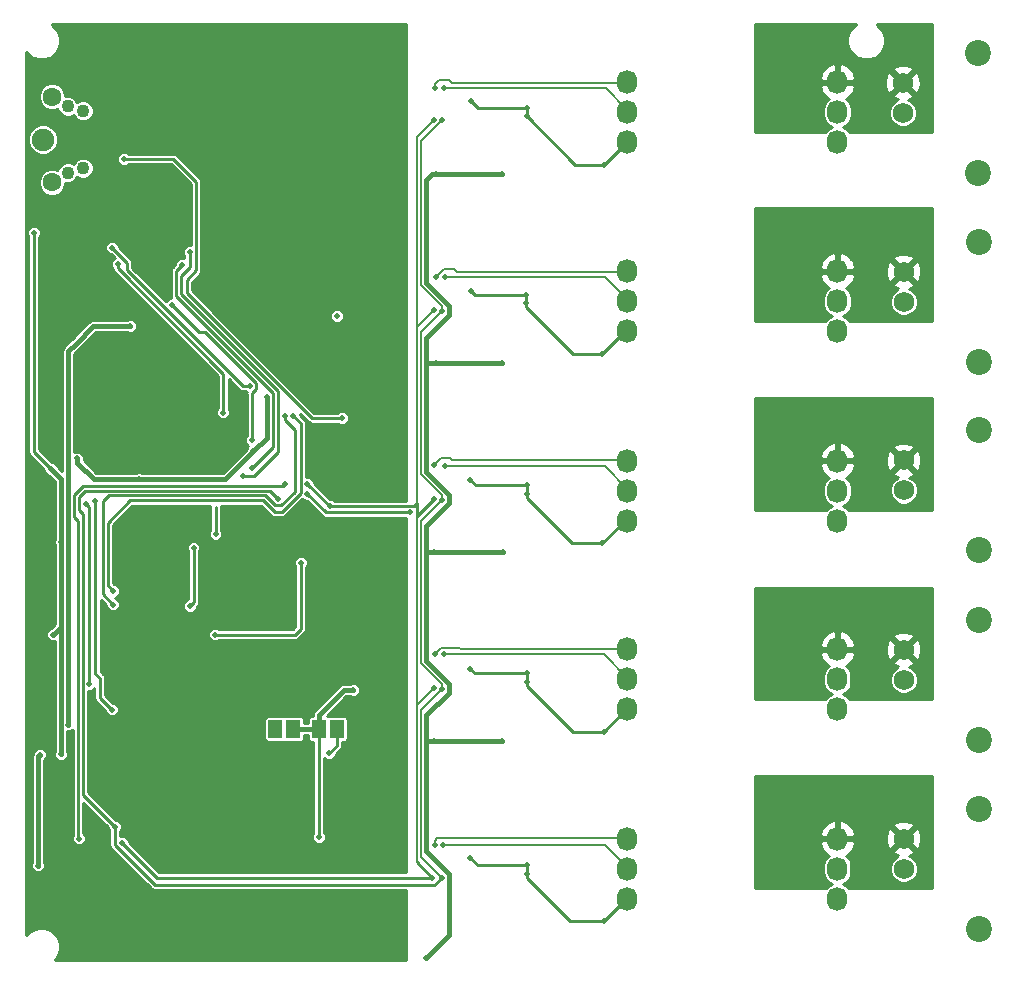
<source format=gbr>
G04 #@! TF.GenerationSoftware,KiCad,Pcbnew,5.0.1-33cea8e~67~ubuntu18.04.1*
G04 #@! TF.CreationDate,2018-11-07T15:18:36-08:00*
G04 #@! TF.ProjectId,fk-atlas,666B2D61746C61732E6B696361645F70,rev?*
G04 #@! TF.SameCoordinates,Original*
G04 #@! TF.FileFunction,Copper,L2,Bot,Signal*
G04 #@! TF.FilePolarity,Positive*
%FSLAX46Y46*%
G04 Gerber Fmt 4.6, Leading zero omitted, Abs format (unit mm)*
G04 Created by KiCad (PCBNEW 5.0.1-33cea8e~67~ubuntu18.04.1) date Wed 07 Nov 2018 03:18:36 PM PST*
%MOMM*%
%LPD*%
G01*
G04 APERTURE LIST*
G04 #@! TA.AperFunction,ComponentPad*
%ADD10O,1.727200X2.032000*%
G04 #@! TD*
G04 #@! TA.AperFunction,SMDPad,CuDef*
%ADD11R,1.168400X1.600200*%
G04 #@! TD*
G04 #@! TA.AperFunction,ComponentPad*
%ADD12C,1.900000*%
G04 #@! TD*
G04 #@! TA.AperFunction,ComponentPad*
%ADD13C,1.600000*%
G04 #@! TD*
G04 #@! TA.AperFunction,ComponentPad*
%ADD14C,1.100000*%
G04 #@! TD*
G04 #@! TA.AperFunction,ComponentPad*
%ADD15C,1.727200*%
G04 #@! TD*
G04 #@! TA.AperFunction,ComponentPad*
%ADD16C,2.200000*%
G04 #@! TD*
G04 #@! TA.AperFunction,ViaPad*
%ADD17C,0.500000*%
G04 #@! TD*
G04 #@! TA.AperFunction,Conductor*
%ADD18C,0.254000*%
G04 #@! TD*
G04 #@! TA.AperFunction,Conductor*
%ADD19C,0.203000*%
G04 #@! TD*
G04 #@! TA.AperFunction,Conductor*
%ADD20C,0.381000*%
G04 #@! TD*
G04 APERTURE END LIST*
D10*
G04 #@! TO.P,U302,3*
G04 #@! TO.N,/isolated_atlas1/ISO_VCC*
X184880720Y-83799988D03*
G04 #@! TO.P,U302,5*
G04 #@! TO.N,Net-(J301-Pad2)*
X184880720Y-81259988D03*
G04 #@! TO.P,U302,6*
G04 #@! TO.N,/isolated_atlas1/RTD_PGND*
X184880720Y-78719988D03*
G04 #@! TO.P,U302,4*
G04 #@! TO.N,/isolated_atlas1/ISO_GND*
X167100720Y-83799988D03*
G04 #@! TO.P,U302,2*
G04 #@! TO.N,/isolated_atlas1/ISO_SDA*
X167100720Y-81259988D03*
G04 #@! TO.P,U302,1*
G04 #@! TO.N,/isolated_atlas1/ISO_SCL*
X167100720Y-78719988D03*
G04 #@! TD*
D11*
G04 #@! TO.P,J3,2*
G04 #@! TO.N,/PERIPH_3V3*
X137287000Y-117475000D03*
G04 #@! TO.P,J3,1*
G04 #@! TO.N,3V3*
X138811000Y-117475000D03*
G04 #@! TD*
D12*
G04 #@! TO.P,J2,10*
G04 #@! TO.N,N/C*
X117607000Y-67564000D03*
D13*
G04 #@! TO.P,J2,9*
G04 #@! TO.N,Net-(J2-Pad9)*
X118382000Y-71189000D03*
G04 #@! TO.P,J2,8*
G04 #@! TO.N,Net-(J2-Pad8)*
X118382000Y-63939000D03*
D14*
G04 #@! TO.P,J2,7*
G04 #@! TO.N,Net-(J2-Pad7)*
X121032000Y-69989000D03*
G04 #@! TO.P,J2,6*
G04 #@! TO.N,Net-(C13-Pad1)*
X121032000Y-65139000D03*
X119707000Y-64764000D03*
G04 #@! TO.P,J2,7*
G04 #@! TO.N,Net-(J2-Pad7)*
X119707000Y-70364000D03*
G04 #@! TD*
D10*
G04 #@! TO.P,U202,1*
G04 #@! TO.N,/isolated_atlas0/ISO_SCL*
X167100720Y-62703988D03*
G04 #@! TO.P,U202,2*
G04 #@! TO.N,/isolated_atlas0/ISO_SDA*
X167100720Y-65243988D03*
G04 #@! TO.P,U202,4*
G04 #@! TO.N,/isolated_atlas0/ISO_GND*
X167100720Y-67783988D03*
G04 #@! TO.P,U202,6*
G04 #@! TO.N,/isolated_atlas0/EC_PGND*
X184880720Y-62703988D03*
G04 #@! TO.P,U202,5*
G04 #@! TO.N,Net-(J201-Pad2)*
X184880720Y-65243988D03*
G04 #@! TO.P,U202,3*
G04 #@! TO.N,/isolated_atlas0/ISO_VCC*
X184880720Y-67783988D03*
G04 #@! TD*
G04 #@! TO.P,U402,1*
G04 #@! TO.N,/isolated_atlas2/ISO_SCL*
X167100720Y-94749988D03*
G04 #@! TO.P,U402,2*
G04 #@! TO.N,/isolated_atlas2/ISO_SDA*
X167100720Y-97289988D03*
G04 #@! TO.P,U402,4*
G04 #@! TO.N,/isolated_atlas2/ISO_GND*
X167100720Y-99829988D03*
G04 #@! TO.P,U402,6*
G04 #@! TO.N,/isolated_atlas2/PH_PGND*
X184880720Y-94749988D03*
G04 #@! TO.P,U402,5*
G04 #@! TO.N,Net-(J401-Pad2)*
X184880720Y-97289988D03*
G04 #@! TO.P,U402,3*
G04 #@! TO.N,/isolated_atlas2/ISO_VCC*
X184880720Y-99829988D03*
G04 #@! TD*
G04 #@! TO.P,U502,1*
G04 #@! TO.N,/isolated_atlas3/ISO_SCL*
X167095120Y-110736488D03*
G04 #@! TO.P,U502,2*
G04 #@! TO.N,/isolated_atlas3/ISO_SDA*
X167095120Y-113276488D03*
G04 #@! TO.P,U502,4*
G04 #@! TO.N,/isolated_atlas3/ISO_GND*
X167095120Y-115816488D03*
G04 #@! TO.P,U502,6*
G04 #@! TO.N,/isolated_atlas3/DO_PGND*
X184875120Y-110736488D03*
G04 #@! TO.P,U502,5*
G04 #@! TO.N,Net-(J501-Pad2)*
X184875120Y-113276488D03*
G04 #@! TO.P,U502,3*
G04 #@! TO.N,/isolated_atlas3/ISO_VCC*
X184875120Y-115816488D03*
G04 #@! TD*
G04 #@! TO.P,U602,1*
G04 #@! TO.N,/isolated_atlas4/ISO_SCL*
X167095120Y-126753988D03*
G04 #@! TO.P,U602,2*
G04 #@! TO.N,/isolated_atlas4/ISO_SDA*
X167095120Y-129293988D03*
G04 #@! TO.P,U602,4*
G04 #@! TO.N,/isolated_atlas4/ISO_GND*
X167095120Y-131833988D03*
G04 #@! TO.P,U602,6*
G04 #@! TO.N,/isolated_atlas4/ORP_PGND*
X184875120Y-126753988D03*
G04 #@! TO.P,U602,5*
G04 #@! TO.N,Net-(J601-Pad2)*
X184875120Y-129293988D03*
G04 #@! TO.P,U602,3*
G04 #@! TO.N,/isolated_atlas4/ISO_VCC*
X184875120Y-131833988D03*
G04 #@! TD*
D15*
G04 #@! TO.P,J601,1*
G04 #@! TO.N,/isolated_atlas4/ORP_PGND*
X190484000Y-126746000D03*
G04 #@! TO.P,J601,2*
G04 #@! TO.N,Net-(J601-Pad2)*
X190484000Y-129286000D03*
D16*
G04 #@! TO.P,J601,3*
G04 #@! TO.N,N/C*
X196834000Y-124206000D03*
G04 #@! TO.P,J601,4*
X196834000Y-134366000D03*
G04 #@! TD*
D15*
G04 #@! TO.P,J501,1*
G04 #@! TO.N,/isolated_atlas3/DO_PGND*
X190484000Y-110744000D03*
G04 #@! TO.P,J501,2*
G04 #@! TO.N,Net-(J501-Pad2)*
X190484000Y-113284000D03*
D16*
G04 #@! TO.P,J501,3*
G04 #@! TO.N,N/C*
X196834000Y-108204000D03*
G04 #@! TO.P,J501,4*
X196834000Y-118364000D03*
G04 #@! TD*
D15*
G04 #@! TO.P,J301,1*
G04 #@! TO.N,/isolated_atlas1/RTD_PGND*
X190484000Y-78740000D03*
G04 #@! TO.P,J301,2*
G04 #@! TO.N,Net-(J301-Pad2)*
X190484000Y-81280000D03*
D16*
G04 #@! TO.P,J301,3*
G04 #@! TO.N,N/C*
X196834000Y-76200000D03*
G04 #@! TO.P,J301,4*
X196834000Y-86360000D03*
G04 #@! TD*
D15*
G04 #@! TO.P,J401,1*
G04 #@! TO.N,/isolated_atlas2/PH_PGND*
X190484000Y-94738000D03*
G04 #@! TO.P,J401,2*
G04 #@! TO.N,Net-(J401-Pad2)*
X190484000Y-97278000D03*
D16*
G04 #@! TO.P,J401,3*
G04 #@! TO.N,N/C*
X196834000Y-92198000D03*
G04 #@! TO.P,J401,4*
X196834000Y-102358000D03*
G04 #@! TD*
D15*
G04 #@! TO.P,J201,1*
G04 #@! TO.N,/isolated_atlas0/EC_PGND*
X190420500Y-62738000D03*
G04 #@! TO.P,J201,2*
G04 #@! TO.N,Net-(J201-Pad2)*
X190420500Y-65278000D03*
D16*
G04 #@! TO.P,J201,3*
G04 #@! TO.N,N/C*
X196770500Y-60198000D03*
G04 #@! TO.P,J201,4*
X196770500Y-70358000D03*
G04 #@! TD*
D11*
G04 #@! TO.P,J8,1*
G04 #@! TO.N,3V3*
X140970000Y-117475000D03*
G04 #@! TO.P,J8,2*
G04 #@! TO.N,VCC*
X142494000Y-117475000D03*
G04 #@! TD*
D17*
G04 #@! TO.N,GND*
X129489200Y-94691200D03*
X130200400Y-94691200D03*
X132892800Y-92710000D03*
X131724400Y-92710000D03*
X139381100Y-78826300D03*
X135382000Y-78994000D03*
X135382000Y-77978000D03*
X136398000Y-77978000D03*
X136398000Y-78994000D03*
X137414000Y-78994000D03*
X137414000Y-77978000D03*
X134747000Y-82118200D03*
X135839200Y-83159600D03*
X148145500Y-104330500D03*
X148145500Y-103632000D03*
X132143500Y-102387400D03*
X144272000Y-116205000D03*
X116967000Y-95631000D03*
X118364000Y-97409000D03*
X144272000Y-115062000D03*
G04 #@! TO.N,/isolated_atlas0/ISO_GND*
X153835100Y-64338200D03*
X158572200Y-64922400D03*
X158572200Y-65595500D03*
X165100000Y-69723000D03*
G04 #@! TO.N,/isolated_atlas1/ISO_GND*
X153822400Y-80391000D03*
X158546800Y-80721200D03*
X158546800Y-81407000D03*
X164973000Y-85725000D03*
G04 #@! TO.N,/isolated_atlas2/ISO_GND*
X153809700Y-96367600D03*
X158559500Y-96837500D03*
X158559500Y-97536000D03*
X164973000Y-101727000D03*
G04 #@! TO.N,/isolated_atlas3/ISO_GND*
X153809700Y-112356900D03*
X158572200Y-112737900D03*
X158572200Y-113461800D03*
X165100000Y-117729000D03*
G04 #@! TO.N,/isolated_atlas4/ISO_GND*
X153797000Y-128358900D03*
X158559500Y-128981200D03*
X158559500Y-129717800D03*
X165100000Y-133731000D03*
G04 #@! TO.N,/isolated_atlas0/ISO_SCL*
X150799800Y-63195200D03*
G04 #@! TO.N,/isolated_atlas0/ISO_SDA*
X151587200Y-63241900D03*
G04 #@! TO.N,/isolated_atlas1/ISO_SCL*
X150850600Y-79197200D03*
G04 #@! TO.N,/isolated_atlas1/ISO_SDA*
X151663400Y-79241900D03*
G04 #@! TO.N,/isolated_atlas2/ISO_SCL*
X150749000Y-95097600D03*
G04 #@! TO.N,/isolated_atlas2/ISO_SDA*
X151638000Y-95241900D03*
G04 #@! TO.N,/isolated_atlas3/ISO_SCL*
X150774400Y-111125000D03*
G04 #@! TO.N,/isolated_atlas3/ISO_SDA*
X151536400Y-111125000D03*
G04 #@! TO.N,/isolated_atlas4/ISO_SCL*
X150774400Y-127279400D03*
G04 #@! TO.N,/isolated_atlas4/ISO_SDA*
X151511000Y-127254000D03*
G04 #@! TO.N,/USB+*
X135331200Y-95402400D03*
X129409010Y-78181200D03*
G04 #@! TO.N,/USB-*
X130048000Y-77089000D03*
X134543800Y-96062800D03*
G04 #@! TO.N,/SWDIO*
X123952000Y-78105000D03*
X132867400Y-90678000D03*
G04 #@! TO.N,/SWCLK*
X123444000Y-76708000D03*
X135153400Y-88417400D03*
G04 #@! TO.N,Net-(J2-Pad4)*
X124460000Y-69215000D03*
X142951200Y-91160600D03*
G04 #@! TO.N,/RESET*
X128524000Y-81534000D03*
X135305800Y-93014800D03*
G04 #@! TO.N,/A2*
X132232400Y-100990400D03*
G04 #@! TO.N,/D30*
X123571000Y-105791000D03*
X138811000Y-90932000D03*
G04 #@! TO.N,/D31*
X123571000Y-106934000D03*
X138074400Y-90932000D03*
G04 #@! TO.N,/SCL1*
X120650000Y-126746000D03*
X124333000Y-127127000D03*
X141888399Y-98606799D03*
X140004800Y-96723200D03*
X138099800Y-96723200D03*
X150705706Y-82007657D03*
X150718888Y-65882888D03*
X150701475Y-98013888D03*
X150701959Y-114015404D03*
X150558500Y-130052090D03*
G04 #@! TO.N,/SDA1*
X123698000Y-125730000D03*
X140004800Y-97586800D03*
X137541000Y-98018600D03*
X148717000Y-99136200D03*
X151384000Y-130048000D03*
X151384000Y-114046000D03*
X151384000Y-98044000D03*
X151384000Y-82042000D03*
X151401413Y-65913000D03*
G04 #@! TO.N,/SCL3*
X123444000Y-115824000D03*
X122047000Y-98171000D03*
G04 #@! TO.N,/SDA3*
X121517600Y-113665000D03*
X121285000Y-98425000D03*
G04 #@! TO.N,VIN*
X119761000Y-117094000D03*
X124968000Y-83362800D03*
G04 #@! TO.N,VCC*
X150083000Y-136842500D03*
X150876000Y-86487000D03*
X156464000Y-86487000D03*
X150876000Y-70485000D03*
X156464000Y-70485000D03*
X156591000Y-102489000D03*
X150749000Y-102489000D03*
X156464000Y-118491000D03*
X150749000Y-118491000D03*
X141859000Y-119507000D03*
G04 #@! TO.N,/D5_FLASH_CS*
X130365500Y-102108000D03*
X130073400Y-107048300D03*
G04 #@! TO.N,3V3*
X118491000Y-109474000D03*
X119126000Y-119594000D03*
X116840000Y-75438000D03*
X117221000Y-129032000D03*
X117348000Y-119634000D03*
X139446000Y-103378000D03*
X135421334Y-93929200D03*
X142494000Y-82499200D03*
X125730000Y-96316800D03*
X136550400Y-89331800D03*
X120497600Y-94564200D03*
X119126000Y-101638100D03*
X118313200Y-95465900D03*
X132207000Y-109474000D03*
X143891000Y-114173000D03*
X140970000Y-126619000D03*
G04 #@! TO.N,/PERIPH_3V3*
X137287000Y-117475000D03*
G04 #@! TD*
D18*
G04 #@! TO.N,GND*
X130200400Y-94691200D02*
X129489200Y-94691200D01*
X131724400Y-92710000D02*
X132892800Y-92710000D01*
X137414000Y-78994000D02*
X139213400Y-78994000D01*
X139213400Y-78994000D02*
X139381100Y-78826300D01*
X137414000Y-77978000D02*
X136398000Y-77978000D01*
X135382000Y-77978000D02*
X135382000Y-78994000D01*
X136398000Y-78994000D02*
X136398000Y-77978000D01*
X137414000Y-77978000D02*
X137414000Y-78994000D01*
X134747000Y-82118200D02*
X134797800Y-82118200D01*
X134797800Y-82118200D02*
X135839200Y-83159600D01*
X134488999Y-102620001D02*
X147133501Y-102620001D01*
X147133501Y-102620001D02*
X148145500Y-103632000D01*
X132376101Y-102620001D02*
X132143500Y-102387400D01*
X134488999Y-102620001D02*
X132376101Y-102620001D01*
X116967000Y-96012000D02*
X118364000Y-97409000D01*
X116967000Y-95631000D02*
X116967000Y-96012000D01*
X144272000Y-116205000D02*
X144272000Y-115062000D01*
G04 #@! TO.N,/isolated_atlas0/ISO_GND*
X158572200Y-64922400D02*
X154419300Y-64922400D01*
X154419300Y-64922400D02*
X153835100Y-64338200D01*
X158572200Y-65595500D02*
X158572200Y-64922400D01*
X165100000Y-69723000D02*
X162699700Y-69723000D01*
X162699700Y-69723000D02*
X158572200Y-65595500D01*
X165100000Y-69723000D02*
X167039012Y-67783988D01*
X167039012Y-67783988D02*
X167100720Y-67783988D01*
G04 #@! TO.N,/isolated_atlas1/ISO_GND*
X158546800Y-80721200D02*
X154152600Y-80721200D01*
X154152600Y-80721200D02*
X153822400Y-80391000D01*
X158546800Y-80721200D02*
X158546800Y-81407000D01*
X158546800Y-81407000D02*
X158546800Y-81760553D01*
X158546800Y-81760553D02*
X162511247Y-85725000D01*
X162511247Y-85725000D02*
X162941000Y-85725000D01*
X164973000Y-85725000D02*
X162941000Y-85725000D01*
X164973000Y-85725000D02*
X166898012Y-83799988D01*
X166898012Y-83799988D02*
X167100720Y-83799988D01*
G04 #@! TO.N,/isolated_atlas2/ISO_GND*
X158559500Y-96837500D02*
X154279600Y-96837500D01*
X154279600Y-96837500D02*
X153809700Y-96367600D01*
X158559500Y-97536000D02*
X158559500Y-96837500D01*
X164973000Y-101727000D02*
X163042600Y-101727000D01*
X163042600Y-101727000D02*
X162928300Y-101727000D01*
X158559500Y-97536000D02*
X158559500Y-97889553D01*
X158559500Y-97889553D02*
X162396947Y-101727000D01*
X162396947Y-101727000D02*
X163042600Y-101727000D01*
X164973000Y-101727000D02*
X166870012Y-99829988D01*
X166870012Y-99829988D02*
X167100720Y-99829988D01*
G04 #@! TO.N,/isolated_atlas3/ISO_GND*
X158572200Y-112737900D02*
X154190700Y-112737900D01*
X154190700Y-112737900D02*
X153809700Y-112356900D01*
X158572200Y-112737900D02*
X158572200Y-113461800D01*
X158572200Y-113461800D02*
X158572200Y-113815353D01*
X158572200Y-113815353D02*
X162485847Y-117729000D01*
X162485847Y-117729000D02*
X162915600Y-117729000D01*
X165100000Y-117729000D02*
X162915600Y-117729000D01*
X165100000Y-117729000D02*
X167012512Y-115816488D01*
X167012512Y-115816488D02*
X167095120Y-115816488D01*
G04 #@! TO.N,/isolated_atlas4/ISO_GND*
X158559500Y-128981200D02*
X154419300Y-128981200D01*
X154419300Y-128981200D02*
X153797000Y-128358900D01*
X158559500Y-129717800D02*
X158559500Y-128981200D01*
X158559500Y-129717800D02*
X158559500Y-130071353D01*
X158559500Y-130071353D02*
X162219147Y-133731000D01*
X162219147Y-133731000D02*
X162598100Y-133731000D01*
X165100000Y-133731000D02*
X162598100Y-133731000D01*
X165100000Y-133731000D02*
X166997012Y-131833988D01*
X166997012Y-131833988D02*
X167095120Y-131833988D01*
D19*
G04 #@! TO.N,/isolated_atlas0/ISO_SCL*
X152247600Y-62738000D02*
X153416000Y-62738000D01*
X151155400Y-62484000D02*
X151993600Y-62484000D01*
X151993600Y-62484000D02*
X152247600Y-62738000D01*
X150903447Y-62735953D02*
X151155400Y-62484000D01*
X150903447Y-62738000D02*
X150903447Y-62735953D01*
X150799800Y-63195200D02*
X150799800Y-62841647D01*
X150799800Y-62841647D02*
X150903447Y-62738000D01*
X153416000Y-62738000D02*
X167195500Y-62738000D01*
G04 #@! TO.N,/isolated_atlas0/ISO_SDA*
X151587200Y-63241900D02*
X165251032Y-63241900D01*
X165251032Y-63241900D02*
X167100720Y-65091588D01*
X167100720Y-65091588D02*
X167100720Y-65243988D01*
G04 #@! TO.N,/isolated_atlas1/ISO_SCL*
X150850600Y-79197200D02*
X151561800Y-78486000D01*
X151561800Y-78486000D02*
X152376600Y-78486000D01*
X152376600Y-78486000D02*
X152628600Y-78738000D01*
X152628600Y-78738000D02*
X153418000Y-78738000D01*
X153416000Y-78740000D02*
X153418000Y-78738000D01*
X167195500Y-78738000D02*
X153418000Y-78738000D01*
G04 #@! TO.N,/isolated_atlas1/ISO_SDA*
X151663400Y-79241900D02*
X165235032Y-79241900D01*
X165235032Y-79241900D02*
X167100720Y-81107588D01*
X167100720Y-81107588D02*
X167100720Y-81259988D01*
G04 #@! TO.N,/isolated_atlas2/ISO_SCL*
X167195500Y-94738000D02*
X152247600Y-94738000D01*
X152247600Y-94738000D02*
X152048400Y-94538800D01*
X152048400Y-94538800D02*
X151307800Y-94538800D01*
X151307800Y-94538800D02*
X150749000Y-95097600D01*
G04 #@! TO.N,/isolated_atlas2/ISO_SDA*
X151638000Y-95241900D02*
X165205032Y-95241900D01*
X165205032Y-95241900D02*
X167100720Y-97137588D01*
X167100720Y-97137588D02*
X167100720Y-97289988D01*
G04 #@! TO.N,/isolated_atlas3/ISO_SCL*
X150774400Y-111125000D02*
X151278301Y-110621099D01*
X151278301Y-110621099D02*
X152860599Y-110621099D01*
X152860599Y-110621099D02*
X152977500Y-110738000D01*
X152977500Y-110738000D02*
X153168000Y-110738000D01*
X153168000Y-110738000D02*
X167195500Y-110738000D01*
G04 #@! TO.N,/isolated_atlas3/ISO_SDA*
X151536400Y-111125000D02*
X165096032Y-111125000D01*
X165096032Y-111125000D02*
X167095120Y-113124088D01*
X167095120Y-113124088D02*
X167095120Y-113276488D01*
G04 #@! TO.N,/isolated_atlas4/ISO_SCL*
X150774400Y-127279400D02*
X150774400Y-126925847D01*
X150962247Y-126738000D02*
X153289000Y-126738000D01*
X150774400Y-126925847D02*
X150962247Y-126738000D01*
X153289000Y-126738000D02*
X167195500Y-126738000D01*
G04 #@! TO.N,/isolated_atlas4/ISO_SDA*
X151511000Y-127254000D02*
X165207532Y-127254000D01*
X165207532Y-127254000D02*
X167095120Y-129141588D01*
X167095120Y-129141588D02*
X167095120Y-129293988D01*
X151511000Y-127254000D02*
X151892000Y-127254000D01*
D18*
G04 #@! TO.N,/USB+*
X135331200Y-95402400D02*
X137123309Y-93610291D01*
X137123309Y-93610291D02*
X137123309Y-89050559D01*
X137123309Y-89050559D02*
X128879610Y-80806860D01*
X128879610Y-80806860D02*
X128879610Y-78710600D01*
X128879610Y-78710600D02*
X129409010Y-78181200D01*
G04 #@! TO.N,/USB-*
X130048000Y-77089000D02*
X130048000Y-78325724D01*
X130048000Y-78325724D02*
X129286020Y-79087704D01*
X129286020Y-79087704D02*
X129286020Y-80619620D01*
X129286020Y-80619620D02*
X137529719Y-88863319D01*
X137529719Y-88863319D02*
X137529719Y-93987395D01*
X137529719Y-93987395D02*
X135454314Y-96062800D01*
X135454314Y-96062800D02*
X134543800Y-96062800D01*
G04 #@! TO.N,/SWDIO*
X132867400Y-87503000D02*
X132867400Y-90678000D01*
X132867400Y-87373953D02*
X132867400Y-87503000D01*
X123952000Y-78105000D02*
X123952000Y-78458553D01*
X123952000Y-78458553D02*
X132867400Y-87373953D01*
G04 #@! TO.N,/SWCLK*
X124714000Y-78613000D02*
X134518400Y-88417400D01*
X124714000Y-77978000D02*
X123444000Y-76708000D01*
X124714000Y-77978000D02*
X124714000Y-78613000D01*
X135153400Y-88417400D02*
X134518400Y-88417400D01*
G04 #@! TO.N,Net-(J2-Pad4)*
X124460000Y-69215000D02*
X128651000Y-69215000D01*
X130577401Y-71141401D02*
X130577401Y-78638513D01*
X129768600Y-79447314D02*
X129768600Y-80527450D01*
X128651000Y-69215000D02*
X130577401Y-71141401D01*
X130577401Y-78638513D02*
X129768600Y-79447314D01*
X129768600Y-80527450D02*
X140401750Y-91160600D01*
X140401750Y-91160600D02*
X142951200Y-91160600D01*
G04 #@! TO.N,/RESET*
X135682801Y-88184801D02*
X131318000Y-83820000D01*
X131318000Y-83820000D02*
X130810000Y-83820000D01*
X130810000Y-83820000D02*
X128524000Y-81534000D01*
X135305800Y-93014800D02*
X135305800Y-89048514D01*
X135305800Y-89048514D02*
X135682801Y-88671513D01*
X135682801Y-88671513D02*
X135682801Y-88184801D01*
G04 #@! TO.N,/A2*
X132232400Y-98638340D02*
X132232400Y-100990400D01*
G04 #@! TO.N,/D30*
X123088400Y-100025200D02*
X123088400Y-105029000D01*
X123571000Y-105791000D02*
X123088400Y-105308400D01*
X123088400Y-105308400D02*
X123088400Y-105029000D01*
X138811000Y-90932000D02*
X139420600Y-91541600D01*
X139420600Y-91541600D02*
X139420600Y-97497264D01*
X137857864Y-99060000D02*
X137224136Y-99060000D01*
X139420600Y-97497264D02*
X137857864Y-99060000D01*
X137224136Y-99060000D02*
X136273076Y-98108940D01*
X136273076Y-98108940D02*
X125004660Y-98108940D01*
X125004660Y-98108940D02*
X123088400Y-100025200D01*
G04 #@! TO.N,/D31*
X122681990Y-105029000D02*
X122681990Y-98196410D01*
X123571000Y-106934000D02*
X122681990Y-106044990D01*
X122681990Y-106044990D02*
X122681990Y-105029000D01*
X122681990Y-98196410D02*
X123175870Y-97702530D01*
X123175870Y-97702530D02*
X136441416Y-97702530D01*
X138955318Y-97387796D02*
X138955318Y-92166471D01*
X136441416Y-97702530D02*
X137286887Y-98548001D01*
X137286887Y-98548001D02*
X137795113Y-98548001D01*
X137795113Y-98548001D02*
X138955318Y-97387796D01*
X138955318Y-92166471D02*
X138074400Y-91285553D01*
X138074400Y-91285553D02*
X138074400Y-90932000D01*
G04 #@! TO.N,/SCL1*
X120581789Y-125798211D02*
X120581789Y-126677789D01*
X120581789Y-126677789D02*
X120650000Y-126746000D01*
X120581789Y-99880789D02*
X120581789Y-125798211D01*
X120243590Y-99288590D02*
X120243590Y-99542590D01*
X120243590Y-99542590D02*
X120581789Y-99880789D01*
X120243590Y-97621660D02*
X120243590Y-99288590D01*
X136424109Y-96889710D02*
X121031000Y-96889710D01*
X121031000Y-96889710D02*
X120975539Y-96889711D01*
X120975539Y-96889711D02*
X120243590Y-97621660D01*
X150558500Y-130052090D02*
X149250590Y-128744180D01*
X124333000Y-127127000D02*
X127258090Y-130052090D01*
X127258090Y-130052090D02*
X128062710Y-130052090D01*
X150558500Y-130052090D02*
X128062710Y-130052090D01*
X150701475Y-98013888D02*
X149250590Y-99464773D01*
X149250590Y-98348800D02*
X149250590Y-99464773D01*
X141888399Y-98606799D02*
X148992591Y-98606799D01*
X148992591Y-98606799D02*
X149250590Y-98348800D01*
D19*
X149250590Y-98196400D02*
X149250590Y-97612200D01*
X149250590Y-98196400D02*
X149250590Y-98348800D01*
X149250590Y-99034600D02*
X149250590Y-98348800D01*
D18*
X140004800Y-96723200D02*
X141888399Y-98606799D01*
X140004800Y-96723200D02*
X140254799Y-96973199D01*
X136424109Y-96889710D02*
X137933290Y-96889710D01*
X137933290Y-96889710D02*
X138099800Y-96723200D01*
D19*
X149250590Y-97612200D02*
X149250590Y-83522997D01*
X149250590Y-97856836D02*
X149250590Y-97612200D01*
X149250590Y-99464773D02*
X149250590Y-99034600D01*
X149250590Y-98924016D02*
X149250590Y-99034600D01*
X149250590Y-115466773D02*
X149250590Y-101066600D01*
X149250590Y-101066600D02*
X149250590Y-99464773D01*
X149250590Y-100660390D02*
X149250590Y-101066600D01*
X150749000Y-82024587D02*
X150732070Y-82007657D01*
X149250590Y-83462773D02*
X150455707Y-82257656D01*
X149250590Y-83522997D02*
X149250590Y-83462773D01*
X150732070Y-82007657D02*
X150705706Y-82007657D01*
X150455707Y-82257656D02*
X150705706Y-82007657D01*
X149250590Y-83522997D02*
X149250590Y-67351186D01*
X150468889Y-66132887D02*
X150718888Y-65882888D01*
X149250590Y-67351186D02*
X150468889Y-66132887D01*
X150731587Y-97983776D02*
X150701475Y-98013888D01*
X150451960Y-114265403D02*
X150701959Y-114015404D01*
X149250590Y-128744180D02*
X149250590Y-115466773D01*
X149250590Y-115466773D02*
X150451960Y-114265403D01*
X150731587Y-113985776D02*
X150701959Y-114015404D01*
D18*
G04 #@! TO.N,/SDA1*
X123698000Y-125730000D02*
X120988199Y-123020199D01*
X120988199Y-123020199D02*
X120988199Y-99271199D01*
X120988199Y-99271199D02*
X120650000Y-98933000D01*
X120650000Y-97790000D02*
X121143880Y-97296120D01*
X120650000Y-98933000D02*
X120650000Y-97790000D01*
X121143880Y-97296120D02*
X136818520Y-97296120D01*
X136818520Y-97296120D02*
X137541000Y-98018600D01*
X151384000Y-130048000D02*
X150749000Y-130683000D01*
X150749000Y-130683000D02*
X127127000Y-130683000D01*
X127127000Y-130683000D02*
X123698000Y-127254000D01*
X123698000Y-127254000D02*
X123698000Y-125730000D01*
X140004800Y-97586800D02*
X141554200Y-99136200D01*
X141554200Y-99136200D02*
X148717000Y-99136200D01*
D19*
X149606000Y-83820000D02*
X151384000Y-82042000D01*
X149606000Y-95912447D02*
X149606000Y-83820000D01*
X151384000Y-98044000D02*
X151384000Y-97690447D01*
X151384000Y-97690447D02*
X149606000Y-95912447D01*
X149606000Y-79910447D02*
X149606000Y-67708413D01*
X149606000Y-67708413D02*
X151401413Y-65913000D01*
X151384000Y-82042000D02*
X151384000Y-81688447D01*
X151384000Y-81688447D02*
X149606000Y-79910447D01*
X149606000Y-111914447D02*
X149606000Y-99822000D01*
X149606000Y-99822000D02*
X151384000Y-98044000D01*
X151384000Y-114046000D02*
X151384000Y-113692447D01*
X151384000Y-113692447D02*
X149606000Y-111914447D01*
X151384000Y-114046000D02*
X149606000Y-115824000D01*
X149606000Y-115824000D02*
X149606000Y-128270000D01*
X149606000Y-128270000D02*
X151384000Y-130048000D01*
X151384000Y-65930413D02*
X151401413Y-65913000D01*
D18*
G04 #@! TO.N,/SCL3*
X122428000Y-114808000D02*
X123444000Y-115824000D01*
X122047000Y-98171000D02*
X122047000Y-112776000D01*
X122428000Y-114808000D02*
X122428000Y-113157000D01*
X122428000Y-113157000D02*
X122047000Y-112776000D01*
G04 #@! TO.N,/SDA3*
X121517600Y-113665000D02*
X121517600Y-98657600D01*
X121517600Y-98657600D02*
X121285000Y-98425000D01*
D20*
G04 #@! TO.N,VIN*
X120396000Y-84836000D02*
X121869200Y-83362800D01*
X119761000Y-117094000D02*
X119761000Y-85471000D01*
X119761000Y-85471000D02*
X120396000Y-84836000D01*
X121869200Y-83362800D02*
X124968000Y-83362800D01*
G04 #@! TO.N,VCC*
X150050410Y-102489000D02*
X150050410Y-105410000D01*
X150050410Y-105410000D02*
X150050410Y-111721810D01*
D18*
X150101210Y-105359200D02*
X150050410Y-105410000D01*
D20*
X150050410Y-116319390D02*
X150050410Y-118491000D01*
X150050410Y-118491000D02*
X150050410Y-127836916D01*
X150395447Y-118491000D02*
X150050410Y-118491000D01*
X151976901Y-134948599D02*
X150083000Y-136842500D01*
X151976901Y-114392899D02*
X150050410Y-116319390D01*
X150050410Y-127836916D02*
X151976901Y-129763407D01*
X151976901Y-129763407D02*
X151976901Y-134948599D01*
X151976901Y-113648301D02*
X151976901Y-114392899D01*
X150050410Y-100255084D02*
X150050410Y-102489000D01*
X150395447Y-102489000D02*
X150050410Y-102489000D01*
X150050410Y-111721810D02*
X151976901Y-113648301D01*
X150050410Y-84366190D02*
X150050410Y-86487000D01*
X150050410Y-86487000D02*
X150050410Y-95728367D01*
X150876000Y-86487000D02*
X150522447Y-86487000D01*
X150522447Y-86487000D02*
X150050410Y-86487000D01*
X151976901Y-81652858D02*
X151976901Y-82439699D01*
X151976901Y-82439699D02*
X150050410Y-84366190D01*
X150050410Y-95728367D02*
X151976901Y-97654858D01*
X151976901Y-97654858D02*
X151976901Y-98328593D01*
X151976901Y-98328593D02*
X150050410Y-100255084D01*
X150876000Y-86487000D02*
X151229553Y-86487000D01*
X151229553Y-86487000D02*
X156464000Y-86487000D01*
X150749000Y-102489000D02*
X150395447Y-102489000D01*
X150749000Y-118491000D02*
X150395447Y-118491000D01*
X150876000Y-70485000D02*
X150522447Y-70485000D01*
X150522447Y-70485000D02*
X150050410Y-70957037D01*
X150050410Y-70957037D02*
X150050410Y-79726367D01*
X150050410Y-79726367D02*
X151976901Y-81652858D01*
X150876000Y-70485000D02*
X156464000Y-70485000D01*
X150749000Y-102489000D02*
X156591000Y-102489000D01*
X150749000Y-118491000D02*
X151102553Y-118491000D01*
X151102553Y-118491000D02*
X156464000Y-118491000D01*
D18*
X142494000Y-118872000D02*
X141859000Y-119507000D01*
X142494000Y-117475000D02*
X142494000Y-118872000D01*
G04 #@! TO.N,/D5_FLASH_CS*
X130365500Y-106756200D02*
X130073400Y-107048300D01*
X130365500Y-102108000D02*
X130365500Y-106756200D01*
D20*
G04 #@! TO.N,3V3*
X119126000Y-119594000D02*
X119126000Y-108458000D01*
X119126000Y-108839000D02*
X118491000Y-109474000D01*
X119126000Y-108458000D02*
X119126000Y-108839000D01*
X117221000Y-129032000D02*
X117221000Y-119761000D01*
X117221000Y-119761000D02*
X117348000Y-119634000D01*
X135421334Y-93929200D02*
X136550400Y-92800134D01*
X136550400Y-92800134D02*
X136550400Y-89331800D01*
X135421334Y-93929200D02*
X133033734Y-96316800D01*
X125730000Y-96316800D02*
X133033734Y-96316800D01*
X125730000Y-96316800D02*
X121896647Y-96316800D01*
X120497600Y-94564200D02*
X120497600Y-94917753D01*
X120497600Y-94917753D02*
X121896647Y-96316800D01*
D18*
X139446000Y-103378000D02*
X139446000Y-108966000D01*
D20*
X119126000Y-108458000D02*
X119126000Y-101638100D01*
X119126000Y-96278700D02*
X118313200Y-95465900D01*
X119126000Y-101638100D02*
X119126000Y-96278700D01*
D18*
X116840000Y-93992700D02*
X118313200Y-95465900D01*
X116840000Y-93586300D02*
X116840000Y-93992700D01*
X116840000Y-93586300D02*
X116840000Y-75438000D01*
X138938000Y-109474000D02*
X139446000Y-108966000D01*
X132207000Y-109474000D02*
X138938000Y-109474000D01*
D20*
X138811000Y-117475000D02*
X140970000Y-117475000D01*
D18*
X140970000Y-117475000D02*
X140970000Y-126619000D01*
D20*
X143537447Y-114173000D02*
X143891000Y-114173000D01*
X143090900Y-114173000D02*
X143537447Y-114173000D01*
X140970000Y-116293900D02*
X143090900Y-114173000D01*
X140970000Y-117475000D02*
X140970000Y-116293900D01*
G04 #@! TD*
D18*
G04 #@! TO.N,GND*
G36*
X148336000Y-98149599D02*
X142251726Y-98149599D01*
X142217056Y-98114929D01*
X142003808Y-98026599D01*
X141954778Y-98026599D01*
X140585000Y-96656822D01*
X140585000Y-96607791D01*
X140496670Y-96394543D01*
X140333457Y-96231330D01*
X140120209Y-96143000D01*
X139889391Y-96143000D01*
X139877800Y-96147801D01*
X139877800Y-91586630D01*
X139886757Y-91541600D01*
X139851273Y-91363209D01*
X139829472Y-91330582D01*
X139750223Y-91211977D01*
X139712046Y-91186468D01*
X139391200Y-90865622D01*
X139391200Y-90816591D01*
X139377085Y-90782514D01*
X140046620Y-91452049D01*
X140072127Y-91490223D01*
X140110301Y-91515730D01*
X140223359Y-91591273D01*
X140401750Y-91626757D01*
X140446780Y-91617800D01*
X142587873Y-91617800D01*
X142622543Y-91652470D01*
X142835791Y-91740800D01*
X143066609Y-91740800D01*
X143279857Y-91652470D01*
X143443070Y-91489257D01*
X143531400Y-91276009D01*
X143531400Y-91045191D01*
X143443070Y-90831943D01*
X143279857Y-90668730D01*
X143066609Y-90580400D01*
X142835791Y-90580400D01*
X142622543Y-90668730D01*
X142587873Y-90703400D01*
X140591129Y-90703400D01*
X132271520Y-82383791D01*
X141913800Y-82383791D01*
X141913800Y-82614609D01*
X142002130Y-82827857D01*
X142165343Y-82991070D01*
X142378591Y-83079400D01*
X142609409Y-83079400D01*
X142822657Y-82991070D01*
X142985870Y-82827857D01*
X143074200Y-82614609D01*
X143074200Y-82383791D01*
X142985870Y-82170543D01*
X142822657Y-82007330D01*
X142609409Y-81919000D01*
X142378591Y-81919000D01*
X142165343Y-82007330D01*
X142002130Y-82170543D01*
X141913800Y-82383791D01*
X132271520Y-82383791D01*
X130225800Y-80338072D01*
X130225800Y-79636692D01*
X130868847Y-78993645D01*
X130907024Y-78968136D01*
X131008074Y-78816904D01*
X131029219Y-78710600D01*
X131043558Y-78638514D01*
X131034601Y-78593484D01*
X131034601Y-71186429D01*
X131043558Y-71141400D01*
X131034601Y-71096371D01*
X131008074Y-70963010D01*
X130907024Y-70811778D01*
X130868847Y-70786269D01*
X129006132Y-68923554D01*
X128980623Y-68885377D01*
X128829391Y-68784327D01*
X128696030Y-68757800D01*
X128651000Y-68748843D01*
X128605970Y-68757800D01*
X124823327Y-68757800D01*
X124788657Y-68723130D01*
X124575409Y-68634800D01*
X124344591Y-68634800D01*
X124131343Y-68723130D01*
X123968130Y-68886343D01*
X123879800Y-69099591D01*
X123879800Y-69330409D01*
X123968130Y-69543657D01*
X124131343Y-69706870D01*
X124344591Y-69795200D01*
X124575409Y-69795200D01*
X124788657Y-69706870D01*
X124823327Y-69672200D01*
X128461622Y-69672200D01*
X130120201Y-71330779D01*
X130120202Y-76508800D01*
X129932591Y-76508800D01*
X129719343Y-76597130D01*
X129556130Y-76760343D01*
X129467800Y-76973591D01*
X129467800Y-77204409D01*
X129556130Y-77417657D01*
X129590800Y-77452327D01*
X129590800Y-77628496D01*
X129524419Y-77601000D01*
X129293601Y-77601000D01*
X129080353Y-77689330D01*
X128917140Y-77852543D01*
X128828810Y-78065791D01*
X128828810Y-78114822D01*
X128588162Y-78355470D01*
X128549988Y-78380977D01*
X128524481Y-78419151D01*
X128524480Y-78419152D01*
X128448937Y-78532210D01*
X128413453Y-78710600D01*
X128422411Y-78755635D01*
X128422410Y-80761830D01*
X128413453Y-80806860D01*
X128422410Y-80851889D01*
X128442681Y-80953800D01*
X128408591Y-80953800D01*
X128195343Y-81042130D01*
X128032130Y-81205343D01*
X128008930Y-81261352D01*
X125171200Y-78423622D01*
X125171200Y-78023029D01*
X125180157Y-77977999D01*
X125144673Y-77799609D01*
X125069130Y-77686551D01*
X125043623Y-77648377D01*
X125005449Y-77622870D01*
X124024200Y-76641622D01*
X124024200Y-76592591D01*
X123935870Y-76379343D01*
X123772657Y-76216130D01*
X123559409Y-76127800D01*
X123328591Y-76127800D01*
X123115343Y-76216130D01*
X122952130Y-76379343D01*
X122863800Y-76592591D01*
X122863800Y-76823409D01*
X122952130Y-77036657D01*
X123115343Y-77199870D01*
X123328591Y-77288200D01*
X123377622Y-77288200D01*
X123679352Y-77589930D01*
X123623343Y-77613130D01*
X123460130Y-77776343D01*
X123371800Y-77989591D01*
X123371800Y-78220409D01*
X123460130Y-78433657D01*
X123486046Y-78459573D01*
X123521327Y-78636943D01*
X123570543Y-78710600D01*
X123622378Y-78788176D01*
X123660552Y-78813683D01*
X132410200Y-87563331D01*
X132410201Y-90314672D01*
X132375530Y-90349343D01*
X132287200Y-90562591D01*
X132287200Y-90793409D01*
X132375530Y-91006657D01*
X132538743Y-91169870D01*
X132751991Y-91258200D01*
X132982809Y-91258200D01*
X133196057Y-91169870D01*
X133359270Y-91006657D01*
X133447600Y-90793409D01*
X133447600Y-90562591D01*
X133359270Y-90349343D01*
X133324600Y-90314673D01*
X133324600Y-87870178D01*
X134163268Y-88708846D01*
X134188777Y-88747023D01*
X134340009Y-88848073D01*
X134473370Y-88874600D01*
X134473374Y-88874600D01*
X134518399Y-88883556D01*
X134563424Y-88874600D01*
X134790073Y-88874600D01*
X134824743Y-88909270D01*
X134864098Y-88925571D01*
X134839643Y-89048514D01*
X134848601Y-89093549D01*
X134848600Y-92651473D01*
X134813930Y-92686143D01*
X134725600Y-92899391D01*
X134725600Y-93130209D01*
X134813930Y-93343457D01*
X134977143Y-93506670D01*
X135009807Y-93520200D01*
X134929464Y-93600543D01*
X134869964Y-93744189D01*
X132818054Y-95796100D01*
X125989055Y-95796100D01*
X125845409Y-95736600D01*
X125614591Y-95736600D01*
X125470945Y-95796100D01*
X122112328Y-95796100D01*
X121053793Y-94737566D01*
X121077800Y-94679609D01*
X121077800Y-94448791D01*
X120989470Y-94235543D01*
X120826257Y-94072330D01*
X120613009Y-93984000D01*
X120382191Y-93984000D01*
X120281700Y-94025625D01*
X120281700Y-85686680D01*
X120800454Y-85167927D01*
X120800456Y-85167924D01*
X122084881Y-83883500D01*
X124708945Y-83883500D01*
X124852591Y-83943000D01*
X125083409Y-83943000D01*
X125296657Y-83854670D01*
X125459870Y-83691457D01*
X125548200Y-83478209D01*
X125548200Y-83247391D01*
X125459870Y-83034143D01*
X125296657Y-82870930D01*
X125083409Y-82782600D01*
X124852591Y-82782600D01*
X124708945Y-82842100D01*
X121920482Y-82842100D01*
X121869199Y-82831899D01*
X121817916Y-82842100D01*
X121666033Y-82872311D01*
X121493796Y-82987396D01*
X121464745Y-83030874D01*
X120064076Y-84431544D01*
X120064073Y-84431546D01*
X119429075Y-85066545D01*
X119385597Y-85095596D01*
X119356547Y-85139073D01*
X119270512Y-85267833D01*
X119230099Y-85471000D01*
X119240301Y-85522288D01*
X119240301Y-95656620D01*
X118864570Y-95280890D01*
X118805070Y-95137243D01*
X118641857Y-94974030D01*
X118428609Y-94885700D01*
X118379578Y-94885700D01*
X117297200Y-93803322D01*
X117297200Y-75801327D01*
X117331870Y-75766657D01*
X117420200Y-75553409D01*
X117420200Y-75322591D01*
X117331870Y-75109343D01*
X117168657Y-74946130D01*
X116955409Y-74857800D01*
X116724591Y-74857800D01*
X116511343Y-74946130D01*
X116348130Y-75109343D01*
X116259800Y-75322591D01*
X116259800Y-75553409D01*
X116348130Y-75766657D01*
X116382801Y-75801328D01*
X116382800Y-93541270D01*
X116382800Y-93947670D01*
X116373843Y-93992700D01*
X116409327Y-94171090D01*
X116409328Y-94171091D01*
X116510378Y-94322323D01*
X116548552Y-94347830D01*
X117733000Y-95532278D01*
X117733000Y-95581309D01*
X117821330Y-95794557D01*
X117984543Y-95957770D01*
X118128190Y-96017270D01*
X118605301Y-96494382D01*
X118605300Y-101379045D01*
X118545800Y-101522691D01*
X118545800Y-101753509D01*
X118605301Y-101897157D01*
X118605300Y-108406716D01*
X118605300Y-108623319D01*
X118305990Y-108922630D01*
X118162343Y-108982130D01*
X117999130Y-109145343D01*
X117910800Y-109358591D01*
X117910800Y-109589409D01*
X117999130Y-109802657D01*
X118162343Y-109965870D01*
X118375591Y-110054200D01*
X118605301Y-110054200D01*
X118605300Y-119334945D01*
X118545800Y-119478591D01*
X118545800Y-119709409D01*
X118634130Y-119922657D01*
X118797343Y-120085870D01*
X119010591Y-120174200D01*
X119241409Y-120174200D01*
X119454657Y-120085870D01*
X119617870Y-119922657D01*
X119706200Y-119709409D01*
X119706200Y-119478591D01*
X119646700Y-119334945D01*
X119646700Y-117674200D01*
X119876409Y-117674200D01*
X120089657Y-117585870D01*
X120124590Y-117550937D01*
X120124590Y-125753177D01*
X120124589Y-125753182D01*
X120124590Y-126498316D01*
X120069800Y-126630591D01*
X120069800Y-126861409D01*
X120158130Y-127074657D01*
X120321343Y-127237870D01*
X120534591Y-127326200D01*
X120765409Y-127326200D01*
X120978657Y-127237870D01*
X121141870Y-127074657D01*
X121230200Y-126861409D01*
X121230200Y-126630591D01*
X121141870Y-126417343D01*
X121038989Y-126314462D01*
X121038989Y-123717567D01*
X123117800Y-125796379D01*
X123117800Y-125845409D01*
X123206130Y-126058657D01*
X123240801Y-126093328D01*
X123240800Y-127208970D01*
X123231843Y-127254000D01*
X123264554Y-127418448D01*
X123267327Y-127432390D01*
X123368377Y-127583623D01*
X123406554Y-127609132D01*
X126771870Y-130974449D01*
X126797377Y-131012623D01*
X126835551Y-131038130D01*
X126948609Y-131113673D01*
X127126999Y-131149157D01*
X127172029Y-131140200D01*
X148336000Y-131140200D01*
X148336000Y-137033000D01*
X118595025Y-137033000D01*
X118831584Y-136796441D01*
X119075200Y-136208300D01*
X119075200Y-135571700D01*
X118831584Y-134983559D01*
X118381441Y-134533416D01*
X117793300Y-134289800D01*
X117156700Y-134289800D01*
X116568559Y-134533416D01*
X116153000Y-134948975D01*
X116153000Y-128916591D01*
X116640800Y-128916591D01*
X116640800Y-129147409D01*
X116729130Y-129360657D01*
X116892343Y-129523870D01*
X117105591Y-129612200D01*
X117336409Y-129612200D01*
X117549657Y-129523870D01*
X117712870Y-129360657D01*
X117801200Y-129147409D01*
X117801200Y-128916591D01*
X117741700Y-128772945D01*
X117741700Y-120060827D01*
X117839870Y-119962657D01*
X117928200Y-119749409D01*
X117928200Y-119518591D01*
X117839870Y-119305343D01*
X117676657Y-119142130D01*
X117463409Y-119053800D01*
X117232591Y-119053800D01*
X117019343Y-119142130D01*
X116856130Y-119305343D01*
X116785851Y-119475013D01*
X116756733Y-119518591D01*
X116730512Y-119557833D01*
X116690099Y-119761000D01*
X116700301Y-119812288D01*
X116700300Y-128772945D01*
X116640800Y-128916591D01*
X116153000Y-128916591D01*
X116153000Y-70964189D01*
X117251800Y-70964189D01*
X117251800Y-71413811D01*
X117423863Y-71829207D01*
X117741793Y-72147137D01*
X118157189Y-72319200D01*
X118606811Y-72319200D01*
X119022207Y-72147137D01*
X119340137Y-71829207D01*
X119512200Y-71413811D01*
X119512200Y-71236033D01*
X119531917Y-71244200D01*
X119882083Y-71244200D01*
X120205593Y-71110197D01*
X120453197Y-70862593D01*
X120514004Y-70715794D01*
X120533407Y-70735197D01*
X120856917Y-70869200D01*
X121207083Y-70869200D01*
X121530593Y-70735197D01*
X121778197Y-70487593D01*
X121912200Y-70164083D01*
X121912200Y-69813917D01*
X121778197Y-69490407D01*
X121530593Y-69242803D01*
X121207083Y-69108800D01*
X120856917Y-69108800D01*
X120533407Y-69242803D01*
X120285803Y-69490407D01*
X120224996Y-69637206D01*
X120205593Y-69617803D01*
X119882083Y-69483800D01*
X119531917Y-69483800D01*
X119208407Y-69617803D01*
X118960803Y-69865407D01*
X118840587Y-70155633D01*
X118606811Y-70058800D01*
X118157189Y-70058800D01*
X117741793Y-70230863D01*
X117423863Y-70548793D01*
X117251800Y-70964189D01*
X116153000Y-70964189D01*
X116153000Y-67309352D01*
X116326800Y-67309352D01*
X116326800Y-67818648D01*
X116521699Y-68289175D01*
X116881825Y-68649301D01*
X117352352Y-68844200D01*
X117861648Y-68844200D01*
X118332175Y-68649301D01*
X118692301Y-68289175D01*
X118887200Y-67818648D01*
X118887200Y-67309352D01*
X118692301Y-66838825D01*
X118332175Y-66478699D01*
X117861648Y-66283800D01*
X117352352Y-66283800D01*
X116881825Y-66478699D01*
X116521699Y-66838825D01*
X116326800Y-67309352D01*
X116153000Y-67309352D01*
X116153000Y-63714189D01*
X117251800Y-63714189D01*
X117251800Y-64163811D01*
X117423863Y-64579207D01*
X117741793Y-64897137D01*
X118157189Y-65069200D01*
X118606811Y-65069200D01*
X118840587Y-64972367D01*
X118960803Y-65262593D01*
X119208407Y-65510197D01*
X119531917Y-65644200D01*
X119882083Y-65644200D01*
X120205593Y-65510197D01*
X120224996Y-65490794D01*
X120285803Y-65637593D01*
X120533407Y-65885197D01*
X120856917Y-66019200D01*
X121207083Y-66019200D01*
X121530593Y-65885197D01*
X121778197Y-65637593D01*
X121912200Y-65314083D01*
X121912200Y-64963917D01*
X121778197Y-64640407D01*
X121530593Y-64392803D01*
X121207083Y-64258800D01*
X120856917Y-64258800D01*
X120533407Y-64392803D01*
X120514004Y-64412206D01*
X120453197Y-64265407D01*
X120205593Y-64017803D01*
X119882083Y-63883800D01*
X119531917Y-63883800D01*
X119512200Y-63891967D01*
X119512200Y-63714189D01*
X119340137Y-63298793D01*
X119022207Y-62980863D01*
X118606811Y-62808800D01*
X118157189Y-62808800D01*
X117741793Y-62980863D01*
X117423863Y-63298793D01*
X117251800Y-63714189D01*
X116153000Y-63714189D01*
X116153000Y-60123025D01*
X116568559Y-60538584D01*
X117156700Y-60782200D01*
X117793300Y-60782200D01*
X118381441Y-60538584D01*
X118831584Y-60088441D01*
X119075200Y-59500300D01*
X119075200Y-58863700D01*
X118831584Y-58275559D01*
X118381441Y-57825416D01*
X118342292Y-57809200D01*
X148336000Y-57809200D01*
X148336000Y-98149599D01*
X148336000Y-98149599D01*
G37*
X148336000Y-98149599D02*
X142251726Y-98149599D01*
X142217056Y-98114929D01*
X142003808Y-98026599D01*
X141954778Y-98026599D01*
X140585000Y-96656822D01*
X140585000Y-96607791D01*
X140496670Y-96394543D01*
X140333457Y-96231330D01*
X140120209Y-96143000D01*
X139889391Y-96143000D01*
X139877800Y-96147801D01*
X139877800Y-91586630D01*
X139886757Y-91541600D01*
X139851273Y-91363209D01*
X139829472Y-91330582D01*
X139750223Y-91211977D01*
X139712046Y-91186468D01*
X139391200Y-90865622D01*
X139391200Y-90816591D01*
X139377085Y-90782514D01*
X140046620Y-91452049D01*
X140072127Y-91490223D01*
X140110301Y-91515730D01*
X140223359Y-91591273D01*
X140401750Y-91626757D01*
X140446780Y-91617800D01*
X142587873Y-91617800D01*
X142622543Y-91652470D01*
X142835791Y-91740800D01*
X143066609Y-91740800D01*
X143279857Y-91652470D01*
X143443070Y-91489257D01*
X143531400Y-91276009D01*
X143531400Y-91045191D01*
X143443070Y-90831943D01*
X143279857Y-90668730D01*
X143066609Y-90580400D01*
X142835791Y-90580400D01*
X142622543Y-90668730D01*
X142587873Y-90703400D01*
X140591129Y-90703400D01*
X132271520Y-82383791D01*
X141913800Y-82383791D01*
X141913800Y-82614609D01*
X142002130Y-82827857D01*
X142165343Y-82991070D01*
X142378591Y-83079400D01*
X142609409Y-83079400D01*
X142822657Y-82991070D01*
X142985870Y-82827857D01*
X143074200Y-82614609D01*
X143074200Y-82383791D01*
X142985870Y-82170543D01*
X142822657Y-82007330D01*
X142609409Y-81919000D01*
X142378591Y-81919000D01*
X142165343Y-82007330D01*
X142002130Y-82170543D01*
X141913800Y-82383791D01*
X132271520Y-82383791D01*
X130225800Y-80338072D01*
X130225800Y-79636692D01*
X130868847Y-78993645D01*
X130907024Y-78968136D01*
X131008074Y-78816904D01*
X131029219Y-78710600D01*
X131043558Y-78638514D01*
X131034601Y-78593484D01*
X131034601Y-71186429D01*
X131043558Y-71141400D01*
X131034601Y-71096371D01*
X131008074Y-70963010D01*
X130907024Y-70811778D01*
X130868847Y-70786269D01*
X129006132Y-68923554D01*
X128980623Y-68885377D01*
X128829391Y-68784327D01*
X128696030Y-68757800D01*
X128651000Y-68748843D01*
X128605970Y-68757800D01*
X124823327Y-68757800D01*
X124788657Y-68723130D01*
X124575409Y-68634800D01*
X124344591Y-68634800D01*
X124131343Y-68723130D01*
X123968130Y-68886343D01*
X123879800Y-69099591D01*
X123879800Y-69330409D01*
X123968130Y-69543657D01*
X124131343Y-69706870D01*
X124344591Y-69795200D01*
X124575409Y-69795200D01*
X124788657Y-69706870D01*
X124823327Y-69672200D01*
X128461622Y-69672200D01*
X130120201Y-71330779D01*
X130120202Y-76508800D01*
X129932591Y-76508800D01*
X129719343Y-76597130D01*
X129556130Y-76760343D01*
X129467800Y-76973591D01*
X129467800Y-77204409D01*
X129556130Y-77417657D01*
X129590800Y-77452327D01*
X129590800Y-77628496D01*
X129524419Y-77601000D01*
X129293601Y-77601000D01*
X129080353Y-77689330D01*
X128917140Y-77852543D01*
X128828810Y-78065791D01*
X128828810Y-78114822D01*
X128588162Y-78355470D01*
X128549988Y-78380977D01*
X128524481Y-78419151D01*
X128524480Y-78419152D01*
X128448937Y-78532210D01*
X128413453Y-78710600D01*
X128422411Y-78755635D01*
X128422410Y-80761830D01*
X128413453Y-80806860D01*
X128422410Y-80851889D01*
X128442681Y-80953800D01*
X128408591Y-80953800D01*
X128195343Y-81042130D01*
X128032130Y-81205343D01*
X128008930Y-81261352D01*
X125171200Y-78423622D01*
X125171200Y-78023029D01*
X125180157Y-77977999D01*
X125144673Y-77799609D01*
X125069130Y-77686551D01*
X125043623Y-77648377D01*
X125005449Y-77622870D01*
X124024200Y-76641622D01*
X124024200Y-76592591D01*
X123935870Y-76379343D01*
X123772657Y-76216130D01*
X123559409Y-76127800D01*
X123328591Y-76127800D01*
X123115343Y-76216130D01*
X122952130Y-76379343D01*
X122863800Y-76592591D01*
X122863800Y-76823409D01*
X122952130Y-77036657D01*
X123115343Y-77199870D01*
X123328591Y-77288200D01*
X123377622Y-77288200D01*
X123679352Y-77589930D01*
X123623343Y-77613130D01*
X123460130Y-77776343D01*
X123371800Y-77989591D01*
X123371800Y-78220409D01*
X123460130Y-78433657D01*
X123486046Y-78459573D01*
X123521327Y-78636943D01*
X123570543Y-78710600D01*
X123622378Y-78788176D01*
X123660552Y-78813683D01*
X132410200Y-87563331D01*
X132410201Y-90314672D01*
X132375530Y-90349343D01*
X132287200Y-90562591D01*
X132287200Y-90793409D01*
X132375530Y-91006657D01*
X132538743Y-91169870D01*
X132751991Y-91258200D01*
X132982809Y-91258200D01*
X133196057Y-91169870D01*
X133359270Y-91006657D01*
X133447600Y-90793409D01*
X133447600Y-90562591D01*
X133359270Y-90349343D01*
X133324600Y-90314673D01*
X133324600Y-87870178D01*
X134163268Y-88708846D01*
X134188777Y-88747023D01*
X134340009Y-88848073D01*
X134473370Y-88874600D01*
X134473374Y-88874600D01*
X134518399Y-88883556D01*
X134563424Y-88874600D01*
X134790073Y-88874600D01*
X134824743Y-88909270D01*
X134864098Y-88925571D01*
X134839643Y-89048514D01*
X134848601Y-89093549D01*
X134848600Y-92651473D01*
X134813930Y-92686143D01*
X134725600Y-92899391D01*
X134725600Y-93130209D01*
X134813930Y-93343457D01*
X134977143Y-93506670D01*
X135009807Y-93520200D01*
X134929464Y-93600543D01*
X134869964Y-93744189D01*
X132818054Y-95796100D01*
X125989055Y-95796100D01*
X125845409Y-95736600D01*
X125614591Y-95736600D01*
X125470945Y-95796100D01*
X122112328Y-95796100D01*
X121053793Y-94737566D01*
X121077800Y-94679609D01*
X121077800Y-94448791D01*
X120989470Y-94235543D01*
X120826257Y-94072330D01*
X120613009Y-93984000D01*
X120382191Y-93984000D01*
X120281700Y-94025625D01*
X120281700Y-85686680D01*
X120800454Y-85167927D01*
X120800456Y-85167924D01*
X122084881Y-83883500D01*
X124708945Y-83883500D01*
X124852591Y-83943000D01*
X125083409Y-83943000D01*
X125296657Y-83854670D01*
X125459870Y-83691457D01*
X125548200Y-83478209D01*
X125548200Y-83247391D01*
X125459870Y-83034143D01*
X125296657Y-82870930D01*
X125083409Y-82782600D01*
X124852591Y-82782600D01*
X124708945Y-82842100D01*
X121920482Y-82842100D01*
X121869199Y-82831899D01*
X121817916Y-82842100D01*
X121666033Y-82872311D01*
X121493796Y-82987396D01*
X121464745Y-83030874D01*
X120064076Y-84431544D01*
X120064073Y-84431546D01*
X119429075Y-85066545D01*
X119385597Y-85095596D01*
X119356547Y-85139073D01*
X119270512Y-85267833D01*
X119230099Y-85471000D01*
X119240301Y-85522288D01*
X119240301Y-95656620D01*
X118864570Y-95280890D01*
X118805070Y-95137243D01*
X118641857Y-94974030D01*
X118428609Y-94885700D01*
X118379578Y-94885700D01*
X117297200Y-93803322D01*
X117297200Y-75801327D01*
X117331870Y-75766657D01*
X117420200Y-75553409D01*
X117420200Y-75322591D01*
X117331870Y-75109343D01*
X117168657Y-74946130D01*
X116955409Y-74857800D01*
X116724591Y-74857800D01*
X116511343Y-74946130D01*
X116348130Y-75109343D01*
X116259800Y-75322591D01*
X116259800Y-75553409D01*
X116348130Y-75766657D01*
X116382801Y-75801328D01*
X116382800Y-93541270D01*
X116382800Y-93947670D01*
X116373843Y-93992700D01*
X116409327Y-94171090D01*
X116409328Y-94171091D01*
X116510378Y-94322323D01*
X116548552Y-94347830D01*
X117733000Y-95532278D01*
X117733000Y-95581309D01*
X117821330Y-95794557D01*
X117984543Y-95957770D01*
X118128190Y-96017270D01*
X118605301Y-96494382D01*
X118605300Y-101379045D01*
X118545800Y-101522691D01*
X118545800Y-101753509D01*
X118605301Y-101897157D01*
X118605300Y-108406716D01*
X118605300Y-108623319D01*
X118305990Y-108922630D01*
X118162343Y-108982130D01*
X117999130Y-109145343D01*
X117910800Y-109358591D01*
X117910800Y-109589409D01*
X117999130Y-109802657D01*
X118162343Y-109965870D01*
X118375591Y-110054200D01*
X118605301Y-110054200D01*
X118605300Y-119334945D01*
X118545800Y-119478591D01*
X118545800Y-119709409D01*
X118634130Y-119922657D01*
X118797343Y-120085870D01*
X119010591Y-120174200D01*
X119241409Y-120174200D01*
X119454657Y-120085870D01*
X119617870Y-119922657D01*
X119706200Y-119709409D01*
X119706200Y-119478591D01*
X119646700Y-119334945D01*
X119646700Y-117674200D01*
X119876409Y-117674200D01*
X120089657Y-117585870D01*
X120124590Y-117550937D01*
X120124590Y-125753177D01*
X120124589Y-125753182D01*
X120124590Y-126498316D01*
X120069800Y-126630591D01*
X120069800Y-126861409D01*
X120158130Y-127074657D01*
X120321343Y-127237870D01*
X120534591Y-127326200D01*
X120765409Y-127326200D01*
X120978657Y-127237870D01*
X121141870Y-127074657D01*
X121230200Y-126861409D01*
X121230200Y-126630591D01*
X121141870Y-126417343D01*
X121038989Y-126314462D01*
X121038989Y-123717567D01*
X123117800Y-125796379D01*
X123117800Y-125845409D01*
X123206130Y-126058657D01*
X123240801Y-126093328D01*
X123240800Y-127208970D01*
X123231843Y-127254000D01*
X123264554Y-127418448D01*
X123267327Y-127432390D01*
X123368377Y-127583623D01*
X123406554Y-127609132D01*
X126771870Y-130974449D01*
X126797377Y-131012623D01*
X126835551Y-131038130D01*
X126948609Y-131113673D01*
X127126999Y-131149157D01*
X127172029Y-131140200D01*
X148336000Y-131140200D01*
X148336000Y-137033000D01*
X118595025Y-137033000D01*
X118831584Y-136796441D01*
X119075200Y-136208300D01*
X119075200Y-135571700D01*
X118831584Y-134983559D01*
X118381441Y-134533416D01*
X117793300Y-134289800D01*
X117156700Y-134289800D01*
X116568559Y-134533416D01*
X116153000Y-134948975D01*
X116153000Y-128916591D01*
X116640800Y-128916591D01*
X116640800Y-129147409D01*
X116729130Y-129360657D01*
X116892343Y-129523870D01*
X117105591Y-129612200D01*
X117336409Y-129612200D01*
X117549657Y-129523870D01*
X117712870Y-129360657D01*
X117801200Y-129147409D01*
X117801200Y-128916591D01*
X117741700Y-128772945D01*
X117741700Y-120060827D01*
X117839870Y-119962657D01*
X117928200Y-119749409D01*
X117928200Y-119518591D01*
X117839870Y-119305343D01*
X117676657Y-119142130D01*
X117463409Y-119053800D01*
X117232591Y-119053800D01*
X117019343Y-119142130D01*
X116856130Y-119305343D01*
X116785851Y-119475013D01*
X116756733Y-119518591D01*
X116730512Y-119557833D01*
X116690099Y-119761000D01*
X116700301Y-119812288D01*
X116700300Y-128772945D01*
X116640800Y-128916591D01*
X116153000Y-128916591D01*
X116153000Y-70964189D01*
X117251800Y-70964189D01*
X117251800Y-71413811D01*
X117423863Y-71829207D01*
X117741793Y-72147137D01*
X118157189Y-72319200D01*
X118606811Y-72319200D01*
X119022207Y-72147137D01*
X119340137Y-71829207D01*
X119512200Y-71413811D01*
X119512200Y-71236033D01*
X119531917Y-71244200D01*
X119882083Y-71244200D01*
X120205593Y-71110197D01*
X120453197Y-70862593D01*
X120514004Y-70715794D01*
X120533407Y-70735197D01*
X120856917Y-70869200D01*
X121207083Y-70869200D01*
X121530593Y-70735197D01*
X121778197Y-70487593D01*
X121912200Y-70164083D01*
X121912200Y-69813917D01*
X121778197Y-69490407D01*
X121530593Y-69242803D01*
X121207083Y-69108800D01*
X120856917Y-69108800D01*
X120533407Y-69242803D01*
X120285803Y-69490407D01*
X120224996Y-69637206D01*
X120205593Y-69617803D01*
X119882083Y-69483800D01*
X119531917Y-69483800D01*
X119208407Y-69617803D01*
X118960803Y-69865407D01*
X118840587Y-70155633D01*
X118606811Y-70058800D01*
X118157189Y-70058800D01*
X117741793Y-70230863D01*
X117423863Y-70548793D01*
X117251800Y-70964189D01*
X116153000Y-70964189D01*
X116153000Y-67309352D01*
X116326800Y-67309352D01*
X116326800Y-67818648D01*
X116521699Y-68289175D01*
X116881825Y-68649301D01*
X117352352Y-68844200D01*
X117861648Y-68844200D01*
X118332175Y-68649301D01*
X118692301Y-68289175D01*
X118887200Y-67818648D01*
X118887200Y-67309352D01*
X118692301Y-66838825D01*
X118332175Y-66478699D01*
X117861648Y-66283800D01*
X117352352Y-66283800D01*
X116881825Y-66478699D01*
X116521699Y-66838825D01*
X116326800Y-67309352D01*
X116153000Y-67309352D01*
X116153000Y-63714189D01*
X117251800Y-63714189D01*
X117251800Y-64163811D01*
X117423863Y-64579207D01*
X117741793Y-64897137D01*
X118157189Y-65069200D01*
X118606811Y-65069200D01*
X118840587Y-64972367D01*
X118960803Y-65262593D01*
X119208407Y-65510197D01*
X119531917Y-65644200D01*
X119882083Y-65644200D01*
X120205593Y-65510197D01*
X120224996Y-65490794D01*
X120285803Y-65637593D01*
X120533407Y-65885197D01*
X120856917Y-66019200D01*
X121207083Y-66019200D01*
X121530593Y-65885197D01*
X121778197Y-65637593D01*
X121912200Y-65314083D01*
X121912200Y-64963917D01*
X121778197Y-64640407D01*
X121530593Y-64392803D01*
X121207083Y-64258800D01*
X120856917Y-64258800D01*
X120533407Y-64392803D01*
X120514004Y-64412206D01*
X120453197Y-64265407D01*
X120205593Y-64017803D01*
X119882083Y-63883800D01*
X119531917Y-63883800D01*
X119512200Y-63891967D01*
X119512200Y-63714189D01*
X119340137Y-63298793D01*
X119022207Y-62980863D01*
X118606811Y-62808800D01*
X118157189Y-62808800D01*
X117741793Y-62980863D01*
X117423863Y-63298793D01*
X117251800Y-63714189D01*
X116153000Y-63714189D01*
X116153000Y-60123025D01*
X116568559Y-60538584D01*
X117156700Y-60782200D01*
X117793300Y-60782200D01*
X118381441Y-60538584D01*
X118831584Y-60088441D01*
X119075200Y-59500300D01*
X119075200Y-58863700D01*
X118831584Y-58275559D01*
X118381441Y-57825416D01*
X118342292Y-57809200D01*
X148336000Y-57809200D01*
X148336000Y-98149599D01*
G36*
X139676143Y-98078670D02*
X139889391Y-98167000D01*
X139938422Y-98167000D01*
X141199068Y-99427646D01*
X141224577Y-99465823D01*
X141375809Y-99566873D01*
X141509170Y-99593400D01*
X141509174Y-99593400D01*
X141554199Y-99602356D01*
X141599224Y-99593400D01*
X148336000Y-99593400D01*
X148336000Y-129594890D01*
X127447469Y-129594890D01*
X124913200Y-127060622D01*
X124913200Y-127011591D01*
X124824870Y-126798343D01*
X124661657Y-126635130D01*
X124448409Y-126546800D01*
X124217591Y-126546800D01*
X124155200Y-126572643D01*
X124155200Y-126093327D01*
X124189870Y-126058657D01*
X124278200Y-125845409D01*
X124278200Y-125614591D01*
X124189870Y-125401343D01*
X124026657Y-125238130D01*
X123813409Y-125149800D01*
X123764379Y-125149800D01*
X121445399Y-122830821D01*
X121445399Y-116674900D01*
X136366131Y-116674900D01*
X136366131Y-118275100D01*
X136391758Y-118403938D01*
X136464739Y-118513161D01*
X136573962Y-118586142D01*
X136702800Y-118611769D01*
X137871200Y-118611769D01*
X138000038Y-118586142D01*
X138049000Y-118553426D01*
X138097962Y-118586142D01*
X138226800Y-118611769D01*
X139395200Y-118611769D01*
X139524038Y-118586142D01*
X139633261Y-118513161D01*
X139706242Y-118403938D01*
X139731869Y-118275100D01*
X139731869Y-117995700D01*
X140049131Y-117995700D01*
X140049131Y-118275100D01*
X140074758Y-118403938D01*
X140147739Y-118513161D01*
X140256962Y-118586142D01*
X140385800Y-118611769D01*
X140512800Y-118611769D01*
X140512801Y-126255672D01*
X140478130Y-126290343D01*
X140389800Y-126503591D01*
X140389800Y-126734409D01*
X140478130Y-126947657D01*
X140641343Y-127110870D01*
X140854591Y-127199200D01*
X141085409Y-127199200D01*
X141298657Y-127110870D01*
X141461870Y-126947657D01*
X141550200Y-126734409D01*
X141550200Y-126503591D01*
X141461870Y-126290343D01*
X141427200Y-126255673D01*
X141427200Y-119895727D01*
X141530343Y-119998870D01*
X141743591Y-120087200D01*
X141974409Y-120087200D01*
X142187657Y-119998870D01*
X142350870Y-119835657D01*
X142439200Y-119622409D01*
X142439200Y-119573378D01*
X142785446Y-119227132D01*
X142823623Y-119201623D01*
X142924673Y-119050391D01*
X142951200Y-118917030D01*
X142960157Y-118872000D01*
X142951200Y-118826970D01*
X142951200Y-118611769D01*
X143078200Y-118611769D01*
X143207038Y-118586142D01*
X143316261Y-118513161D01*
X143389242Y-118403938D01*
X143414869Y-118275100D01*
X143414869Y-116674900D01*
X143389242Y-116546062D01*
X143316261Y-116436839D01*
X143207038Y-116363858D01*
X143078200Y-116338231D01*
X141909800Y-116338231D01*
X141780962Y-116363858D01*
X141732000Y-116396574D01*
X141683038Y-116363858D01*
X141644156Y-116356124D01*
X143306581Y-114693700D01*
X143631945Y-114693700D01*
X143775591Y-114753200D01*
X144006409Y-114753200D01*
X144219657Y-114664870D01*
X144382870Y-114501657D01*
X144471200Y-114288409D01*
X144471200Y-114057591D01*
X144382870Y-113844343D01*
X144219657Y-113681130D01*
X144006409Y-113592800D01*
X143775591Y-113592800D01*
X143631945Y-113652300D01*
X143142184Y-113652300D01*
X143090900Y-113642099D01*
X142887732Y-113682511D01*
X142805764Y-113737281D01*
X142715496Y-113797596D01*
X142686445Y-113841074D01*
X140638075Y-115889445D01*
X140594597Y-115918496D01*
X140565547Y-115961973D01*
X140479512Y-116090733D01*
X140439099Y-116293900D01*
X140447917Y-116338231D01*
X140385800Y-116338231D01*
X140256962Y-116363858D01*
X140147739Y-116436839D01*
X140074758Y-116546062D01*
X140049131Y-116674900D01*
X140049131Y-116954300D01*
X139731869Y-116954300D01*
X139731869Y-116674900D01*
X139706242Y-116546062D01*
X139633261Y-116436839D01*
X139524038Y-116363858D01*
X139395200Y-116338231D01*
X138226800Y-116338231D01*
X138097962Y-116363858D01*
X138049000Y-116396574D01*
X138000038Y-116363858D01*
X137871200Y-116338231D01*
X136702800Y-116338231D01*
X136573962Y-116363858D01*
X136464739Y-116436839D01*
X136391758Y-116546062D01*
X136366131Y-116674900D01*
X121445399Y-116674900D01*
X121445399Y-114245200D01*
X121633009Y-114245200D01*
X121846257Y-114156870D01*
X121970800Y-114032327D01*
X121970800Y-114762970D01*
X121961843Y-114808000D01*
X121970800Y-114853029D01*
X121997327Y-114986390D01*
X122098377Y-115137623D01*
X122136554Y-115163132D01*
X122863800Y-115890379D01*
X122863800Y-115939409D01*
X122952130Y-116152657D01*
X123115343Y-116315870D01*
X123328591Y-116404200D01*
X123559409Y-116404200D01*
X123772657Y-116315870D01*
X123935870Y-116152657D01*
X124024200Y-115939409D01*
X124024200Y-115708591D01*
X123935870Y-115495343D01*
X123772657Y-115332130D01*
X123559409Y-115243800D01*
X123510379Y-115243800D01*
X122885200Y-114618622D01*
X122885200Y-113202029D01*
X122894157Y-113156999D01*
X122858673Y-112978609D01*
X122842490Y-112954390D01*
X122757623Y-112827377D01*
X122719446Y-112801868D01*
X122504200Y-112586622D01*
X122504200Y-109358591D01*
X131626800Y-109358591D01*
X131626800Y-109589409D01*
X131715130Y-109802657D01*
X131878343Y-109965870D01*
X132091591Y-110054200D01*
X132322409Y-110054200D01*
X132535657Y-109965870D01*
X132570327Y-109931200D01*
X138892970Y-109931200D01*
X138938000Y-109940157D01*
X138983030Y-109931200D01*
X139116391Y-109904673D01*
X139267623Y-109803623D01*
X139293132Y-109765446D01*
X139737446Y-109321132D01*
X139775623Y-109295623D01*
X139876673Y-109144391D01*
X139903200Y-109011030D01*
X139903200Y-109011026D01*
X139912156Y-108966001D01*
X139903200Y-108920976D01*
X139903200Y-103741327D01*
X139937870Y-103706657D01*
X140026200Y-103493409D01*
X140026200Y-103262591D01*
X139937870Y-103049343D01*
X139774657Y-102886130D01*
X139561409Y-102797800D01*
X139330591Y-102797800D01*
X139117343Y-102886130D01*
X138954130Y-103049343D01*
X138865800Y-103262591D01*
X138865800Y-103493409D01*
X138954130Y-103706657D01*
X138988800Y-103741327D01*
X138988801Y-108776621D01*
X138748622Y-109016800D01*
X132570327Y-109016800D01*
X132535657Y-108982130D01*
X132322409Y-108893800D01*
X132091591Y-108893800D01*
X131878343Y-108982130D01*
X131715130Y-109145343D01*
X131626800Y-109358591D01*
X122504200Y-109358591D01*
X122504200Y-106513778D01*
X122990800Y-107000379D01*
X122990800Y-107049409D01*
X123079130Y-107262657D01*
X123242343Y-107425870D01*
X123455591Y-107514200D01*
X123686409Y-107514200D01*
X123899657Y-107425870D01*
X124062870Y-107262657D01*
X124151200Y-107049409D01*
X124151200Y-106932891D01*
X129493200Y-106932891D01*
X129493200Y-107163709D01*
X129581530Y-107376957D01*
X129744743Y-107540170D01*
X129957991Y-107628500D01*
X130188809Y-107628500D01*
X130402057Y-107540170D01*
X130565270Y-107376957D01*
X130653600Y-107163709D01*
X130653600Y-107114679D01*
X130656948Y-107111331D01*
X130695123Y-107085823D01*
X130796173Y-106934591D01*
X130822700Y-106801230D01*
X130831657Y-106756200D01*
X130822700Y-106711170D01*
X130822700Y-102471327D01*
X130857370Y-102436657D01*
X130945700Y-102223409D01*
X130945700Y-101992591D01*
X130857370Y-101779343D01*
X130694157Y-101616130D01*
X130480909Y-101527800D01*
X130250091Y-101527800D01*
X130036843Y-101616130D01*
X129873630Y-101779343D01*
X129785300Y-101992591D01*
X129785300Y-102223409D01*
X129873630Y-102436657D01*
X129908300Y-102471327D01*
X129908301Y-106488682D01*
X129744743Y-106556430D01*
X129581530Y-106719643D01*
X129493200Y-106932891D01*
X124151200Y-106932891D01*
X124151200Y-106818591D01*
X124062870Y-106605343D01*
X123899657Y-106442130D01*
X123707413Y-106362500D01*
X123899657Y-106282870D01*
X124062870Y-106119657D01*
X124151200Y-105906409D01*
X124151200Y-105675591D01*
X124062870Y-105462343D01*
X123899657Y-105299130D01*
X123686409Y-105210800D01*
X123637378Y-105210800D01*
X123545600Y-105119022D01*
X123545600Y-100214578D01*
X125194039Y-98566140D01*
X131780605Y-98566140D01*
X131775200Y-98593311D01*
X131775201Y-100627072D01*
X131740530Y-100661743D01*
X131652200Y-100874991D01*
X131652200Y-101105809D01*
X131740530Y-101319057D01*
X131903743Y-101482270D01*
X132116991Y-101570600D01*
X132347809Y-101570600D01*
X132561057Y-101482270D01*
X132724270Y-101319057D01*
X132812600Y-101105809D01*
X132812600Y-100874991D01*
X132724270Y-100661743D01*
X132689600Y-100627073D01*
X132689600Y-98593310D01*
X132684196Y-98566140D01*
X136083698Y-98566140D01*
X136869006Y-99351449D01*
X136894513Y-99389623D01*
X136932687Y-99415130D01*
X137045745Y-99490673D01*
X137224136Y-99526157D01*
X137269166Y-99517200D01*
X137812834Y-99517200D01*
X137857864Y-99526157D01*
X137902894Y-99517200D01*
X138036255Y-99490673D01*
X138187487Y-99389623D01*
X138212996Y-99351446D01*
X139580958Y-97983485D01*
X139676143Y-98078670D01*
X139676143Y-98078670D01*
G37*
X139676143Y-98078670D02*
X139889391Y-98167000D01*
X139938422Y-98167000D01*
X141199068Y-99427646D01*
X141224577Y-99465823D01*
X141375809Y-99566873D01*
X141509170Y-99593400D01*
X141509174Y-99593400D01*
X141554199Y-99602356D01*
X141599224Y-99593400D01*
X148336000Y-99593400D01*
X148336000Y-129594890D01*
X127447469Y-129594890D01*
X124913200Y-127060622D01*
X124913200Y-127011591D01*
X124824870Y-126798343D01*
X124661657Y-126635130D01*
X124448409Y-126546800D01*
X124217591Y-126546800D01*
X124155200Y-126572643D01*
X124155200Y-126093327D01*
X124189870Y-126058657D01*
X124278200Y-125845409D01*
X124278200Y-125614591D01*
X124189870Y-125401343D01*
X124026657Y-125238130D01*
X123813409Y-125149800D01*
X123764379Y-125149800D01*
X121445399Y-122830821D01*
X121445399Y-116674900D01*
X136366131Y-116674900D01*
X136366131Y-118275100D01*
X136391758Y-118403938D01*
X136464739Y-118513161D01*
X136573962Y-118586142D01*
X136702800Y-118611769D01*
X137871200Y-118611769D01*
X138000038Y-118586142D01*
X138049000Y-118553426D01*
X138097962Y-118586142D01*
X138226800Y-118611769D01*
X139395200Y-118611769D01*
X139524038Y-118586142D01*
X139633261Y-118513161D01*
X139706242Y-118403938D01*
X139731869Y-118275100D01*
X139731869Y-117995700D01*
X140049131Y-117995700D01*
X140049131Y-118275100D01*
X140074758Y-118403938D01*
X140147739Y-118513161D01*
X140256962Y-118586142D01*
X140385800Y-118611769D01*
X140512800Y-118611769D01*
X140512801Y-126255672D01*
X140478130Y-126290343D01*
X140389800Y-126503591D01*
X140389800Y-126734409D01*
X140478130Y-126947657D01*
X140641343Y-127110870D01*
X140854591Y-127199200D01*
X141085409Y-127199200D01*
X141298657Y-127110870D01*
X141461870Y-126947657D01*
X141550200Y-126734409D01*
X141550200Y-126503591D01*
X141461870Y-126290343D01*
X141427200Y-126255673D01*
X141427200Y-119895727D01*
X141530343Y-119998870D01*
X141743591Y-120087200D01*
X141974409Y-120087200D01*
X142187657Y-119998870D01*
X142350870Y-119835657D01*
X142439200Y-119622409D01*
X142439200Y-119573378D01*
X142785446Y-119227132D01*
X142823623Y-119201623D01*
X142924673Y-119050391D01*
X142951200Y-118917030D01*
X142960157Y-118872000D01*
X142951200Y-118826970D01*
X142951200Y-118611769D01*
X143078200Y-118611769D01*
X143207038Y-118586142D01*
X143316261Y-118513161D01*
X143389242Y-118403938D01*
X143414869Y-118275100D01*
X143414869Y-116674900D01*
X143389242Y-116546062D01*
X143316261Y-116436839D01*
X143207038Y-116363858D01*
X143078200Y-116338231D01*
X141909800Y-116338231D01*
X141780962Y-116363858D01*
X141732000Y-116396574D01*
X141683038Y-116363858D01*
X141644156Y-116356124D01*
X143306581Y-114693700D01*
X143631945Y-114693700D01*
X143775591Y-114753200D01*
X144006409Y-114753200D01*
X144219657Y-114664870D01*
X144382870Y-114501657D01*
X144471200Y-114288409D01*
X144471200Y-114057591D01*
X144382870Y-113844343D01*
X144219657Y-113681130D01*
X144006409Y-113592800D01*
X143775591Y-113592800D01*
X143631945Y-113652300D01*
X143142184Y-113652300D01*
X143090900Y-113642099D01*
X142887732Y-113682511D01*
X142805764Y-113737281D01*
X142715496Y-113797596D01*
X142686445Y-113841074D01*
X140638075Y-115889445D01*
X140594597Y-115918496D01*
X140565547Y-115961973D01*
X140479512Y-116090733D01*
X140439099Y-116293900D01*
X140447917Y-116338231D01*
X140385800Y-116338231D01*
X140256962Y-116363858D01*
X140147739Y-116436839D01*
X140074758Y-116546062D01*
X140049131Y-116674900D01*
X140049131Y-116954300D01*
X139731869Y-116954300D01*
X139731869Y-116674900D01*
X139706242Y-116546062D01*
X139633261Y-116436839D01*
X139524038Y-116363858D01*
X139395200Y-116338231D01*
X138226800Y-116338231D01*
X138097962Y-116363858D01*
X138049000Y-116396574D01*
X138000038Y-116363858D01*
X137871200Y-116338231D01*
X136702800Y-116338231D01*
X136573962Y-116363858D01*
X136464739Y-116436839D01*
X136391758Y-116546062D01*
X136366131Y-116674900D01*
X121445399Y-116674900D01*
X121445399Y-114245200D01*
X121633009Y-114245200D01*
X121846257Y-114156870D01*
X121970800Y-114032327D01*
X121970800Y-114762970D01*
X121961843Y-114808000D01*
X121970800Y-114853029D01*
X121997327Y-114986390D01*
X122098377Y-115137623D01*
X122136554Y-115163132D01*
X122863800Y-115890379D01*
X122863800Y-115939409D01*
X122952130Y-116152657D01*
X123115343Y-116315870D01*
X123328591Y-116404200D01*
X123559409Y-116404200D01*
X123772657Y-116315870D01*
X123935870Y-116152657D01*
X124024200Y-115939409D01*
X124024200Y-115708591D01*
X123935870Y-115495343D01*
X123772657Y-115332130D01*
X123559409Y-115243800D01*
X123510379Y-115243800D01*
X122885200Y-114618622D01*
X122885200Y-113202029D01*
X122894157Y-113156999D01*
X122858673Y-112978609D01*
X122842490Y-112954390D01*
X122757623Y-112827377D01*
X122719446Y-112801868D01*
X122504200Y-112586622D01*
X122504200Y-109358591D01*
X131626800Y-109358591D01*
X131626800Y-109589409D01*
X131715130Y-109802657D01*
X131878343Y-109965870D01*
X132091591Y-110054200D01*
X132322409Y-110054200D01*
X132535657Y-109965870D01*
X132570327Y-109931200D01*
X138892970Y-109931200D01*
X138938000Y-109940157D01*
X138983030Y-109931200D01*
X139116391Y-109904673D01*
X139267623Y-109803623D01*
X139293132Y-109765446D01*
X139737446Y-109321132D01*
X139775623Y-109295623D01*
X139876673Y-109144391D01*
X139903200Y-109011030D01*
X139903200Y-109011026D01*
X139912156Y-108966001D01*
X139903200Y-108920976D01*
X139903200Y-103741327D01*
X139937870Y-103706657D01*
X140026200Y-103493409D01*
X140026200Y-103262591D01*
X139937870Y-103049343D01*
X139774657Y-102886130D01*
X139561409Y-102797800D01*
X139330591Y-102797800D01*
X139117343Y-102886130D01*
X138954130Y-103049343D01*
X138865800Y-103262591D01*
X138865800Y-103493409D01*
X138954130Y-103706657D01*
X138988800Y-103741327D01*
X138988801Y-108776621D01*
X138748622Y-109016800D01*
X132570327Y-109016800D01*
X132535657Y-108982130D01*
X132322409Y-108893800D01*
X132091591Y-108893800D01*
X131878343Y-108982130D01*
X131715130Y-109145343D01*
X131626800Y-109358591D01*
X122504200Y-109358591D01*
X122504200Y-106513778D01*
X122990800Y-107000379D01*
X122990800Y-107049409D01*
X123079130Y-107262657D01*
X123242343Y-107425870D01*
X123455591Y-107514200D01*
X123686409Y-107514200D01*
X123899657Y-107425870D01*
X124062870Y-107262657D01*
X124151200Y-107049409D01*
X124151200Y-106932891D01*
X129493200Y-106932891D01*
X129493200Y-107163709D01*
X129581530Y-107376957D01*
X129744743Y-107540170D01*
X129957991Y-107628500D01*
X130188809Y-107628500D01*
X130402057Y-107540170D01*
X130565270Y-107376957D01*
X130653600Y-107163709D01*
X130653600Y-107114679D01*
X130656948Y-107111331D01*
X130695123Y-107085823D01*
X130796173Y-106934591D01*
X130822700Y-106801230D01*
X130831657Y-106756200D01*
X130822700Y-106711170D01*
X130822700Y-102471327D01*
X130857370Y-102436657D01*
X130945700Y-102223409D01*
X130945700Y-101992591D01*
X130857370Y-101779343D01*
X130694157Y-101616130D01*
X130480909Y-101527800D01*
X130250091Y-101527800D01*
X130036843Y-101616130D01*
X129873630Y-101779343D01*
X129785300Y-101992591D01*
X129785300Y-102223409D01*
X129873630Y-102436657D01*
X129908300Y-102471327D01*
X129908301Y-106488682D01*
X129744743Y-106556430D01*
X129581530Y-106719643D01*
X129493200Y-106932891D01*
X124151200Y-106932891D01*
X124151200Y-106818591D01*
X124062870Y-106605343D01*
X123899657Y-106442130D01*
X123707413Y-106362500D01*
X123899657Y-106282870D01*
X124062870Y-106119657D01*
X124151200Y-105906409D01*
X124151200Y-105675591D01*
X124062870Y-105462343D01*
X123899657Y-105299130D01*
X123686409Y-105210800D01*
X123637378Y-105210800D01*
X123545600Y-105119022D01*
X123545600Y-100214578D01*
X125194039Y-98566140D01*
X131780605Y-98566140D01*
X131775200Y-98593311D01*
X131775201Y-100627072D01*
X131740530Y-100661743D01*
X131652200Y-100874991D01*
X131652200Y-101105809D01*
X131740530Y-101319057D01*
X131903743Y-101482270D01*
X132116991Y-101570600D01*
X132347809Y-101570600D01*
X132561057Y-101482270D01*
X132724270Y-101319057D01*
X132812600Y-101105809D01*
X132812600Y-100874991D01*
X132724270Y-100661743D01*
X132689600Y-100627073D01*
X132689600Y-98593310D01*
X132684196Y-98566140D01*
X136083698Y-98566140D01*
X136869006Y-99351449D01*
X136894513Y-99389623D01*
X136932687Y-99415130D01*
X137045745Y-99490673D01*
X137224136Y-99526157D01*
X137269166Y-99517200D01*
X137812834Y-99517200D01*
X137857864Y-99526157D01*
X137902894Y-99517200D01*
X138036255Y-99490673D01*
X138187487Y-99389623D01*
X138212996Y-99351446D01*
X139580958Y-97983485D01*
X139676143Y-98078670D01*
G04 #@! TO.N,/isolated_atlas0/EC_PGND*
G36*
X186418559Y-57825416D02*
X185968416Y-58275559D01*
X185724800Y-58863700D01*
X185724800Y-59500300D01*
X185968416Y-60088441D01*
X186418559Y-60538584D01*
X187006700Y-60782200D01*
X187643300Y-60782200D01*
X188231441Y-60538584D01*
X188681584Y-60088441D01*
X188925200Y-59500300D01*
X188925200Y-58863700D01*
X188681584Y-58275559D01*
X188231441Y-57825416D01*
X188192292Y-57809200D01*
X192913000Y-57809200D01*
X192913000Y-66929000D01*
X185847035Y-66929000D01*
X185741401Y-66770907D01*
X185356894Y-66513988D01*
X185741401Y-66257069D01*
X186005254Y-65862184D01*
X186074520Y-65513961D01*
X186074520Y-65040538D01*
X189226700Y-65040538D01*
X189226700Y-65515462D01*
X189408445Y-65954233D01*
X189744267Y-66290055D01*
X190183038Y-66471800D01*
X190657962Y-66471800D01*
X191096733Y-66290055D01*
X191432555Y-65954233D01*
X191614300Y-65515462D01*
X191614300Y-65040538D01*
X191432555Y-64601767D01*
X191096733Y-64265945D01*
X190887458Y-64179260D01*
X191212759Y-64044516D01*
X191294700Y-63791805D01*
X190420500Y-62917605D01*
X189546300Y-63791805D01*
X189628241Y-64044516D01*
X189974702Y-64170496D01*
X189744267Y-64265945D01*
X189408445Y-64601767D01*
X189226700Y-65040538D01*
X186074520Y-65040538D01*
X186074520Y-64974014D01*
X186005254Y-64625791D01*
X185741401Y-64230907D01*
X185605504Y-64140104D01*
X185782756Y-64054720D01*
X186172674Y-63618308D01*
X186365904Y-63065901D01*
X186221644Y-62830988D01*
X185007720Y-62830988D01*
X185007720Y-62850988D01*
X184753720Y-62850988D01*
X184753720Y-62830988D01*
X183539796Y-62830988D01*
X183395536Y-63065901D01*
X183588766Y-63618308D01*
X183978684Y-64054720D01*
X184155936Y-64140103D01*
X184020039Y-64230907D01*
X183756186Y-64625792D01*
X183686920Y-64974015D01*
X183686920Y-65513962D01*
X183756186Y-65862185D01*
X184020040Y-66257069D01*
X184404546Y-66513988D01*
X184020039Y-66770907D01*
X183914405Y-66929000D01*
X177927000Y-66929000D01*
X177927000Y-62342075D01*
X183395536Y-62342075D01*
X183539796Y-62576988D01*
X184753720Y-62576988D01*
X184753720Y-61217771D01*
X185007720Y-61217771D01*
X185007720Y-62576988D01*
X186221644Y-62576988D01*
X186265219Y-62506030D01*
X188910252Y-62506030D01*
X188936442Y-63101635D01*
X189113984Y-63530259D01*
X189366695Y-63612200D01*
X190240895Y-62738000D01*
X190600105Y-62738000D01*
X191474305Y-63612200D01*
X191727016Y-63530259D01*
X191930748Y-62969970D01*
X191904558Y-62374365D01*
X191727016Y-61945741D01*
X191474305Y-61863800D01*
X190600105Y-62738000D01*
X190240895Y-62738000D01*
X189366695Y-61863800D01*
X189113984Y-61945741D01*
X188910252Y-62506030D01*
X186265219Y-62506030D01*
X186365904Y-62342075D01*
X186172674Y-61789668D01*
X186078438Y-61684195D01*
X189546300Y-61684195D01*
X190420500Y-62558395D01*
X191294700Y-61684195D01*
X191212759Y-61431484D01*
X190652470Y-61227752D01*
X190056865Y-61253942D01*
X189628241Y-61431484D01*
X189546300Y-61684195D01*
X186078438Y-61684195D01*
X185782756Y-61353256D01*
X185255511Y-61099279D01*
X185239746Y-61096630D01*
X185007720Y-61217771D01*
X184753720Y-61217771D01*
X184521694Y-61096630D01*
X184505929Y-61099279D01*
X183978684Y-61353256D01*
X183588766Y-61789668D01*
X183395536Y-62342075D01*
X177927000Y-62342075D01*
X177927000Y-57809200D01*
X186457708Y-57809200D01*
X186418559Y-57825416D01*
X186418559Y-57825416D01*
G37*
X186418559Y-57825416D02*
X185968416Y-58275559D01*
X185724800Y-58863700D01*
X185724800Y-59500300D01*
X185968416Y-60088441D01*
X186418559Y-60538584D01*
X187006700Y-60782200D01*
X187643300Y-60782200D01*
X188231441Y-60538584D01*
X188681584Y-60088441D01*
X188925200Y-59500300D01*
X188925200Y-58863700D01*
X188681584Y-58275559D01*
X188231441Y-57825416D01*
X188192292Y-57809200D01*
X192913000Y-57809200D01*
X192913000Y-66929000D01*
X185847035Y-66929000D01*
X185741401Y-66770907D01*
X185356894Y-66513988D01*
X185741401Y-66257069D01*
X186005254Y-65862184D01*
X186074520Y-65513961D01*
X186074520Y-65040538D01*
X189226700Y-65040538D01*
X189226700Y-65515462D01*
X189408445Y-65954233D01*
X189744267Y-66290055D01*
X190183038Y-66471800D01*
X190657962Y-66471800D01*
X191096733Y-66290055D01*
X191432555Y-65954233D01*
X191614300Y-65515462D01*
X191614300Y-65040538D01*
X191432555Y-64601767D01*
X191096733Y-64265945D01*
X190887458Y-64179260D01*
X191212759Y-64044516D01*
X191294700Y-63791805D01*
X190420500Y-62917605D01*
X189546300Y-63791805D01*
X189628241Y-64044516D01*
X189974702Y-64170496D01*
X189744267Y-64265945D01*
X189408445Y-64601767D01*
X189226700Y-65040538D01*
X186074520Y-65040538D01*
X186074520Y-64974014D01*
X186005254Y-64625791D01*
X185741401Y-64230907D01*
X185605504Y-64140104D01*
X185782756Y-64054720D01*
X186172674Y-63618308D01*
X186365904Y-63065901D01*
X186221644Y-62830988D01*
X185007720Y-62830988D01*
X185007720Y-62850988D01*
X184753720Y-62850988D01*
X184753720Y-62830988D01*
X183539796Y-62830988D01*
X183395536Y-63065901D01*
X183588766Y-63618308D01*
X183978684Y-64054720D01*
X184155936Y-64140103D01*
X184020039Y-64230907D01*
X183756186Y-64625792D01*
X183686920Y-64974015D01*
X183686920Y-65513962D01*
X183756186Y-65862185D01*
X184020040Y-66257069D01*
X184404546Y-66513988D01*
X184020039Y-66770907D01*
X183914405Y-66929000D01*
X177927000Y-66929000D01*
X177927000Y-62342075D01*
X183395536Y-62342075D01*
X183539796Y-62576988D01*
X184753720Y-62576988D01*
X184753720Y-61217771D01*
X185007720Y-61217771D01*
X185007720Y-62576988D01*
X186221644Y-62576988D01*
X186265219Y-62506030D01*
X188910252Y-62506030D01*
X188936442Y-63101635D01*
X189113984Y-63530259D01*
X189366695Y-63612200D01*
X190240895Y-62738000D01*
X190600105Y-62738000D01*
X191474305Y-63612200D01*
X191727016Y-63530259D01*
X191930748Y-62969970D01*
X191904558Y-62374365D01*
X191727016Y-61945741D01*
X191474305Y-61863800D01*
X190600105Y-62738000D01*
X190240895Y-62738000D01*
X189366695Y-61863800D01*
X189113984Y-61945741D01*
X188910252Y-62506030D01*
X186265219Y-62506030D01*
X186365904Y-62342075D01*
X186172674Y-61789668D01*
X186078438Y-61684195D01*
X189546300Y-61684195D01*
X190420500Y-62558395D01*
X191294700Y-61684195D01*
X191212759Y-61431484D01*
X190652470Y-61227752D01*
X190056865Y-61253942D01*
X189628241Y-61431484D01*
X189546300Y-61684195D01*
X186078438Y-61684195D01*
X185782756Y-61353256D01*
X185255511Y-61099279D01*
X185239746Y-61096630D01*
X185007720Y-61217771D01*
X184753720Y-61217771D01*
X184521694Y-61096630D01*
X184505929Y-61099279D01*
X183978684Y-61353256D01*
X183588766Y-61789668D01*
X183395536Y-62342075D01*
X177927000Y-62342075D01*
X177927000Y-57809200D01*
X186457708Y-57809200D01*
X186418559Y-57825416D01*
G04 #@! TO.N,/isolated_atlas1/RTD_PGND*
G36*
X192918785Y-82916488D02*
X185827984Y-82916488D01*
X185741401Y-82786907D01*
X185356894Y-82529988D01*
X185741401Y-82273069D01*
X186005254Y-81878184D01*
X186074520Y-81529961D01*
X186074520Y-81042538D01*
X189290200Y-81042538D01*
X189290200Y-81517462D01*
X189471945Y-81956233D01*
X189807767Y-82292055D01*
X190246538Y-82473800D01*
X190721462Y-82473800D01*
X191160233Y-82292055D01*
X191496055Y-81956233D01*
X191677800Y-81517462D01*
X191677800Y-81042538D01*
X191496055Y-80603767D01*
X191160233Y-80267945D01*
X190950958Y-80181260D01*
X191276259Y-80046516D01*
X191358200Y-79793805D01*
X190484000Y-78919605D01*
X189609800Y-79793805D01*
X189691741Y-80046516D01*
X190038202Y-80172496D01*
X189807767Y-80267945D01*
X189471945Y-80603767D01*
X189290200Y-81042538D01*
X186074520Y-81042538D01*
X186074520Y-80990014D01*
X186005254Y-80641791D01*
X185741401Y-80246907D01*
X185605504Y-80156104D01*
X185782756Y-80070720D01*
X186172674Y-79634308D01*
X186365904Y-79081901D01*
X186221644Y-78846988D01*
X185007720Y-78846988D01*
X185007720Y-78866988D01*
X184753720Y-78866988D01*
X184753720Y-78846988D01*
X183539796Y-78846988D01*
X183395536Y-79081901D01*
X183588766Y-79634308D01*
X183978684Y-80070720D01*
X184155936Y-80156103D01*
X184020039Y-80246907D01*
X183756186Y-80641792D01*
X183686920Y-80990015D01*
X183686920Y-81529962D01*
X183756186Y-81878185D01*
X184020040Y-82273069D01*
X184404546Y-82529988D01*
X184020039Y-82786907D01*
X183933456Y-82916488D01*
X177932785Y-82916488D01*
X177928357Y-78358075D01*
X183395536Y-78358075D01*
X183539796Y-78592988D01*
X184753720Y-78592988D01*
X184753720Y-77233771D01*
X185007720Y-77233771D01*
X185007720Y-78592988D01*
X186221644Y-78592988D01*
X186273816Y-78508030D01*
X188973752Y-78508030D01*
X188999942Y-79103635D01*
X189177484Y-79532259D01*
X189430195Y-79614200D01*
X190304395Y-78740000D01*
X190663605Y-78740000D01*
X191537805Y-79614200D01*
X191790516Y-79532259D01*
X191994248Y-78971970D01*
X191968058Y-78376365D01*
X191790516Y-77947741D01*
X191537805Y-77865800D01*
X190663605Y-78740000D01*
X190304395Y-78740000D01*
X189430195Y-77865800D01*
X189177484Y-77947741D01*
X188973752Y-78508030D01*
X186273816Y-78508030D01*
X186365904Y-78358075D01*
X186172674Y-77805668D01*
X186065930Y-77686195D01*
X189609800Y-77686195D01*
X190484000Y-78560395D01*
X191358200Y-77686195D01*
X191276259Y-77433484D01*
X190715970Y-77229752D01*
X190120365Y-77255942D01*
X189691741Y-77433484D01*
X189609800Y-77686195D01*
X186065930Y-77686195D01*
X185782756Y-77369256D01*
X185255511Y-77115279D01*
X185239746Y-77112630D01*
X185007720Y-77233771D01*
X184753720Y-77233771D01*
X184521694Y-77112630D01*
X184505929Y-77115279D01*
X183978684Y-77369256D01*
X183588766Y-77805668D01*
X183395536Y-78358075D01*
X177928357Y-78358075D01*
X177923531Y-73391488D01*
X192909531Y-73391488D01*
X192918785Y-82916488D01*
X192918785Y-82916488D01*
G37*
X192918785Y-82916488D02*
X185827984Y-82916488D01*
X185741401Y-82786907D01*
X185356894Y-82529988D01*
X185741401Y-82273069D01*
X186005254Y-81878184D01*
X186074520Y-81529961D01*
X186074520Y-81042538D01*
X189290200Y-81042538D01*
X189290200Y-81517462D01*
X189471945Y-81956233D01*
X189807767Y-82292055D01*
X190246538Y-82473800D01*
X190721462Y-82473800D01*
X191160233Y-82292055D01*
X191496055Y-81956233D01*
X191677800Y-81517462D01*
X191677800Y-81042538D01*
X191496055Y-80603767D01*
X191160233Y-80267945D01*
X190950958Y-80181260D01*
X191276259Y-80046516D01*
X191358200Y-79793805D01*
X190484000Y-78919605D01*
X189609800Y-79793805D01*
X189691741Y-80046516D01*
X190038202Y-80172496D01*
X189807767Y-80267945D01*
X189471945Y-80603767D01*
X189290200Y-81042538D01*
X186074520Y-81042538D01*
X186074520Y-80990014D01*
X186005254Y-80641791D01*
X185741401Y-80246907D01*
X185605504Y-80156104D01*
X185782756Y-80070720D01*
X186172674Y-79634308D01*
X186365904Y-79081901D01*
X186221644Y-78846988D01*
X185007720Y-78846988D01*
X185007720Y-78866988D01*
X184753720Y-78866988D01*
X184753720Y-78846988D01*
X183539796Y-78846988D01*
X183395536Y-79081901D01*
X183588766Y-79634308D01*
X183978684Y-80070720D01*
X184155936Y-80156103D01*
X184020039Y-80246907D01*
X183756186Y-80641792D01*
X183686920Y-80990015D01*
X183686920Y-81529962D01*
X183756186Y-81878185D01*
X184020040Y-82273069D01*
X184404546Y-82529988D01*
X184020039Y-82786907D01*
X183933456Y-82916488D01*
X177932785Y-82916488D01*
X177928357Y-78358075D01*
X183395536Y-78358075D01*
X183539796Y-78592988D01*
X184753720Y-78592988D01*
X184753720Y-77233771D01*
X185007720Y-77233771D01*
X185007720Y-78592988D01*
X186221644Y-78592988D01*
X186273816Y-78508030D01*
X188973752Y-78508030D01*
X188999942Y-79103635D01*
X189177484Y-79532259D01*
X189430195Y-79614200D01*
X190304395Y-78740000D01*
X190663605Y-78740000D01*
X191537805Y-79614200D01*
X191790516Y-79532259D01*
X191994248Y-78971970D01*
X191968058Y-78376365D01*
X191790516Y-77947741D01*
X191537805Y-77865800D01*
X190663605Y-78740000D01*
X190304395Y-78740000D01*
X189430195Y-77865800D01*
X189177484Y-77947741D01*
X188973752Y-78508030D01*
X186273816Y-78508030D01*
X186365904Y-78358075D01*
X186172674Y-77805668D01*
X186065930Y-77686195D01*
X189609800Y-77686195D01*
X190484000Y-78560395D01*
X191358200Y-77686195D01*
X191276259Y-77433484D01*
X190715970Y-77229752D01*
X190120365Y-77255942D01*
X189691741Y-77433484D01*
X189609800Y-77686195D01*
X186065930Y-77686195D01*
X185782756Y-77369256D01*
X185255511Y-77115279D01*
X185239746Y-77112630D01*
X185007720Y-77233771D01*
X184753720Y-77233771D01*
X184521694Y-77112630D01*
X184505929Y-77115279D01*
X183978684Y-77369256D01*
X183588766Y-77805668D01*
X183395536Y-78358075D01*
X177928357Y-78358075D01*
X177923531Y-73391488D01*
X192909531Y-73391488D01*
X192918785Y-82916488D01*
G04 #@! TO.N,/isolated_atlas2/PH_PGND*
G36*
X192886347Y-98933000D02*
X185818972Y-98933000D01*
X185741401Y-98816907D01*
X185356894Y-98559988D01*
X185741401Y-98303069D01*
X186005254Y-97908184D01*
X186074520Y-97559961D01*
X186074520Y-97040538D01*
X189290200Y-97040538D01*
X189290200Y-97515462D01*
X189471945Y-97954233D01*
X189807767Y-98290055D01*
X190246538Y-98471800D01*
X190721462Y-98471800D01*
X191160233Y-98290055D01*
X191496055Y-97954233D01*
X191677800Y-97515462D01*
X191677800Y-97040538D01*
X191496055Y-96601767D01*
X191160233Y-96265945D01*
X190950958Y-96179260D01*
X191276259Y-96044516D01*
X191358200Y-95791805D01*
X190484000Y-94917605D01*
X189609800Y-95791805D01*
X189691741Y-96044516D01*
X190038202Y-96170496D01*
X189807767Y-96265945D01*
X189471945Y-96601767D01*
X189290200Y-97040538D01*
X186074520Y-97040538D01*
X186074520Y-97020014D01*
X186005254Y-96671791D01*
X185741401Y-96276907D01*
X185605504Y-96186104D01*
X185782756Y-96100720D01*
X186172674Y-95664308D01*
X186365904Y-95111901D01*
X186221644Y-94876988D01*
X185007720Y-94876988D01*
X185007720Y-94896988D01*
X184753720Y-94896988D01*
X184753720Y-94876988D01*
X183539796Y-94876988D01*
X183395536Y-95111901D01*
X183588766Y-95664308D01*
X183978684Y-96100720D01*
X184155936Y-96186103D01*
X184020039Y-96276907D01*
X183756186Y-96671792D01*
X183686920Y-97020015D01*
X183686920Y-97559962D01*
X183756186Y-97908185D01*
X184020040Y-98303069D01*
X184404546Y-98559988D01*
X184020039Y-98816907D01*
X183942468Y-98933000D01*
X177900349Y-98933000D01*
X177912898Y-94388075D01*
X183395536Y-94388075D01*
X183539796Y-94622988D01*
X184753720Y-94622988D01*
X184753720Y-93263771D01*
X185007720Y-93263771D01*
X185007720Y-94622988D01*
X186221644Y-94622988D01*
X186293467Y-94506030D01*
X188973752Y-94506030D01*
X188999942Y-95101635D01*
X189177484Y-95530259D01*
X189430195Y-95612200D01*
X190304395Y-94738000D01*
X190663605Y-94738000D01*
X191537805Y-95612200D01*
X191790516Y-95530259D01*
X191994248Y-94969970D01*
X191968058Y-94374365D01*
X191790516Y-93945741D01*
X191537805Y-93863800D01*
X190663605Y-94738000D01*
X190304395Y-94738000D01*
X189430195Y-93863800D01*
X189177484Y-93945741D01*
X188973752Y-94506030D01*
X186293467Y-94506030D01*
X186365904Y-94388075D01*
X186172674Y-93835668D01*
X186037339Y-93684195D01*
X189609800Y-93684195D01*
X190484000Y-94558395D01*
X191358200Y-93684195D01*
X191276259Y-93431484D01*
X190715970Y-93227752D01*
X190120365Y-93253942D01*
X189691741Y-93431484D01*
X189609800Y-93684195D01*
X186037339Y-93684195D01*
X185782756Y-93399256D01*
X185255511Y-93145279D01*
X185239746Y-93142630D01*
X185007720Y-93263771D01*
X184753720Y-93263771D01*
X184521694Y-93142630D01*
X184505929Y-93145279D01*
X183978684Y-93399256D01*
X183588766Y-93835668D01*
X183395536Y-94388075D01*
X177912898Y-94388075D01*
X177926650Y-89408000D01*
X192912648Y-89408000D01*
X192886347Y-98933000D01*
X192886347Y-98933000D01*
G37*
X192886347Y-98933000D02*
X185818972Y-98933000D01*
X185741401Y-98816907D01*
X185356894Y-98559988D01*
X185741401Y-98303069D01*
X186005254Y-97908184D01*
X186074520Y-97559961D01*
X186074520Y-97040538D01*
X189290200Y-97040538D01*
X189290200Y-97515462D01*
X189471945Y-97954233D01*
X189807767Y-98290055D01*
X190246538Y-98471800D01*
X190721462Y-98471800D01*
X191160233Y-98290055D01*
X191496055Y-97954233D01*
X191677800Y-97515462D01*
X191677800Y-97040538D01*
X191496055Y-96601767D01*
X191160233Y-96265945D01*
X190950958Y-96179260D01*
X191276259Y-96044516D01*
X191358200Y-95791805D01*
X190484000Y-94917605D01*
X189609800Y-95791805D01*
X189691741Y-96044516D01*
X190038202Y-96170496D01*
X189807767Y-96265945D01*
X189471945Y-96601767D01*
X189290200Y-97040538D01*
X186074520Y-97040538D01*
X186074520Y-97020014D01*
X186005254Y-96671791D01*
X185741401Y-96276907D01*
X185605504Y-96186104D01*
X185782756Y-96100720D01*
X186172674Y-95664308D01*
X186365904Y-95111901D01*
X186221644Y-94876988D01*
X185007720Y-94876988D01*
X185007720Y-94896988D01*
X184753720Y-94896988D01*
X184753720Y-94876988D01*
X183539796Y-94876988D01*
X183395536Y-95111901D01*
X183588766Y-95664308D01*
X183978684Y-96100720D01*
X184155936Y-96186103D01*
X184020039Y-96276907D01*
X183756186Y-96671792D01*
X183686920Y-97020015D01*
X183686920Y-97559962D01*
X183756186Y-97908185D01*
X184020040Y-98303069D01*
X184404546Y-98559988D01*
X184020039Y-98816907D01*
X183942468Y-98933000D01*
X177900349Y-98933000D01*
X177912898Y-94388075D01*
X183395536Y-94388075D01*
X183539796Y-94622988D01*
X184753720Y-94622988D01*
X184753720Y-93263771D01*
X185007720Y-93263771D01*
X185007720Y-94622988D01*
X186221644Y-94622988D01*
X186293467Y-94506030D01*
X188973752Y-94506030D01*
X188999942Y-95101635D01*
X189177484Y-95530259D01*
X189430195Y-95612200D01*
X190304395Y-94738000D01*
X190663605Y-94738000D01*
X191537805Y-95612200D01*
X191790516Y-95530259D01*
X191994248Y-94969970D01*
X191968058Y-94374365D01*
X191790516Y-93945741D01*
X191537805Y-93863800D01*
X190663605Y-94738000D01*
X190304395Y-94738000D01*
X189430195Y-93863800D01*
X189177484Y-93945741D01*
X188973752Y-94506030D01*
X186293467Y-94506030D01*
X186365904Y-94388075D01*
X186172674Y-93835668D01*
X186037339Y-93684195D01*
X189609800Y-93684195D01*
X190484000Y-94558395D01*
X191358200Y-93684195D01*
X191276259Y-93431484D01*
X190715970Y-93227752D01*
X190120365Y-93253942D01*
X189691741Y-93431484D01*
X189609800Y-93684195D01*
X186037339Y-93684195D01*
X185782756Y-93399256D01*
X185255511Y-93145279D01*
X185239746Y-93142630D01*
X185007720Y-93263771D01*
X184753720Y-93263771D01*
X184521694Y-93142630D01*
X184505929Y-93145279D01*
X183978684Y-93399256D01*
X183588766Y-93835668D01*
X183395536Y-94388075D01*
X177912898Y-94388075D01*
X177926650Y-89408000D01*
X192912648Y-89408000D01*
X192886347Y-98933000D01*
G04 #@! TO.N,/isolated_atlas3/DO_PGND*
G36*
X192924963Y-114935000D02*
X185823729Y-114935000D01*
X185735801Y-114803407D01*
X185351294Y-114546488D01*
X185735801Y-114289569D01*
X185999654Y-113894684D01*
X186068920Y-113546461D01*
X186068920Y-113046538D01*
X189290200Y-113046538D01*
X189290200Y-113521462D01*
X189471945Y-113960233D01*
X189807767Y-114296055D01*
X190246538Y-114477800D01*
X190721462Y-114477800D01*
X191160233Y-114296055D01*
X191496055Y-113960233D01*
X191677800Y-113521462D01*
X191677800Y-113046538D01*
X191496055Y-112607767D01*
X191160233Y-112271945D01*
X190950958Y-112185260D01*
X191276259Y-112050516D01*
X191358200Y-111797805D01*
X190484000Y-110923605D01*
X189609800Y-111797805D01*
X189691741Y-112050516D01*
X190038202Y-112176496D01*
X189807767Y-112271945D01*
X189471945Y-112607767D01*
X189290200Y-113046538D01*
X186068920Y-113046538D01*
X186068920Y-113006514D01*
X185999654Y-112658291D01*
X185735801Y-112263407D01*
X185599904Y-112172604D01*
X185777156Y-112087220D01*
X186167074Y-111650808D01*
X186360304Y-111098401D01*
X186216044Y-110863488D01*
X185002120Y-110863488D01*
X185002120Y-110883488D01*
X184748120Y-110883488D01*
X184748120Y-110863488D01*
X183534196Y-110863488D01*
X183389936Y-111098401D01*
X183583166Y-111650808D01*
X183973084Y-112087220D01*
X184150336Y-112172603D01*
X184014439Y-112263407D01*
X183750586Y-112658292D01*
X183681320Y-113006515D01*
X183681320Y-113546462D01*
X183750586Y-113894685D01*
X184014440Y-114289569D01*
X184398946Y-114546488D01*
X184014439Y-114803407D01*
X183926512Y-114935000D01*
X177938963Y-114935000D01*
X177938963Y-110374575D01*
X183389936Y-110374575D01*
X183534196Y-110609488D01*
X184748120Y-110609488D01*
X184748120Y-109250271D01*
X185002120Y-109250271D01*
X185002120Y-110609488D01*
X186216044Y-110609488D01*
X186275892Y-110512030D01*
X188973752Y-110512030D01*
X188999942Y-111107635D01*
X189177484Y-111536259D01*
X189430195Y-111618200D01*
X190304395Y-110744000D01*
X190663605Y-110744000D01*
X191537805Y-111618200D01*
X191790516Y-111536259D01*
X191994248Y-110975970D01*
X191968058Y-110380365D01*
X191790516Y-109951741D01*
X191537805Y-109869800D01*
X190663605Y-110744000D01*
X190304395Y-110744000D01*
X189430195Y-109869800D01*
X189177484Y-109951741D01*
X188973752Y-110512030D01*
X186275892Y-110512030D01*
X186360304Y-110374575D01*
X186167074Y-109822168D01*
X186049161Y-109690195D01*
X189609800Y-109690195D01*
X190484000Y-110564395D01*
X191358200Y-109690195D01*
X191276259Y-109437484D01*
X190715970Y-109233752D01*
X190120365Y-109259942D01*
X189691741Y-109437484D01*
X189609800Y-109690195D01*
X186049161Y-109690195D01*
X185777156Y-109385756D01*
X185249911Y-109131779D01*
X185234146Y-109129130D01*
X185002120Y-109250271D01*
X184748120Y-109250271D01*
X184516094Y-109129130D01*
X184500329Y-109131779D01*
X183973084Y-109385756D01*
X183583166Y-109822168D01*
X183389936Y-110374575D01*
X177938963Y-110374575D01*
X177938963Y-105537000D01*
X192924963Y-105537000D01*
X192924963Y-114935000D01*
X192924963Y-114935000D01*
G37*
X192924963Y-114935000D02*
X185823729Y-114935000D01*
X185735801Y-114803407D01*
X185351294Y-114546488D01*
X185735801Y-114289569D01*
X185999654Y-113894684D01*
X186068920Y-113546461D01*
X186068920Y-113046538D01*
X189290200Y-113046538D01*
X189290200Y-113521462D01*
X189471945Y-113960233D01*
X189807767Y-114296055D01*
X190246538Y-114477800D01*
X190721462Y-114477800D01*
X191160233Y-114296055D01*
X191496055Y-113960233D01*
X191677800Y-113521462D01*
X191677800Y-113046538D01*
X191496055Y-112607767D01*
X191160233Y-112271945D01*
X190950958Y-112185260D01*
X191276259Y-112050516D01*
X191358200Y-111797805D01*
X190484000Y-110923605D01*
X189609800Y-111797805D01*
X189691741Y-112050516D01*
X190038202Y-112176496D01*
X189807767Y-112271945D01*
X189471945Y-112607767D01*
X189290200Y-113046538D01*
X186068920Y-113046538D01*
X186068920Y-113006514D01*
X185999654Y-112658291D01*
X185735801Y-112263407D01*
X185599904Y-112172604D01*
X185777156Y-112087220D01*
X186167074Y-111650808D01*
X186360304Y-111098401D01*
X186216044Y-110863488D01*
X185002120Y-110863488D01*
X185002120Y-110883488D01*
X184748120Y-110883488D01*
X184748120Y-110863488D01*
X183534196Y-110863488D01*
X183389936Y-111098401D01*
X183583166Y-111650808D01*
X183973084Y-112087220D01*
X184150336Y-112172603D01*
X184014439Y-112263407D01*
X183750586Y-112658292D01*
X183681320Y-113006515D01*
X183681320Y-113546462D01*
X183750586Y-113894685D01*
X184014440Y-114289569D01*
X184398946Y-114546488D01*
X184014439Y-114803407D01*
X183926512Y-114935000D01*
X177938963Y-114935000D01*
X177938963Y-110374575D01*
X183389936Y-110374575D01*
X183534196Y-110609488D01*
X184748120Y-110609488D01*
X184748120Y-109250271D01*
X185002120Y-109250271D01*
X185002120Y-110609488D01*
X186216044Y-110609488D01*
X186275892Y-110512030D01*
X188973752Y-110512030D01*
X188999942Y-111107635D01*
X189177484Y-111536259D01*
X189430195Y-111618200D01*
X190304395Y-110744000D01*
X190663605Y-110744000D01*
X191537805Y-111618200D01*
X191790516Y-111536259D01*
X191994248Y-110975970D01*
X191968058Y-110380365D01*
X191790516Y-109951741D01*
X191537805Y-109869800D01*
X190663605Y-110744000D01*
X190304395Y-110744000D01*
X189430195Y-109869800D01*
X189177484Y-109951741D01*
X188973752Y-110512030D01*
X186275892Y-110512030D01*
X186360304Y-110374575D01*
X186167074Y-109822168D01*
X186049161Y-109690195D01*
X189609800Y-109690195D01*
X190484000Y-110564395D01*
X191358200Y-109690195D01*
X191276259Y-109437484D01*
X190715970Y-109233752D01*
X190120365Y-109259942D01*
X189691741Y-109437484D01*
X189609800Y-109690195D01*
X186049161Y-109690195D01*
X185777156Y-109385756D01*
X185249911Y-109131779D01*
X185234146Y-109129130D01*
X185002120Y-109250271D01*
X184748120Y-109250271D01*
X184516094Y-109129130D01*
X184500329Y-109131779D01*
X183973084Y-109385756D01*
X183583166Y-109822168D01*
X183389936Y-110374575D01*
X177938963Y-110374575D01*
X177938963Y-105537000D01*
X192924963Y-105537000D01*
X192924963Y-114935000D01*
G04 #@! TO.N,/isolated_atlas4/ORP_PGND*
G36*
X192913000Y-130937000D02*
X185813372Y-130937000D01*
X185735801Y-130820907D01*
X185351294Y-130563988D01*
X185735801Y-130307069D01*
X185999654Y-129912184D01*
X186068920Y-129563961D01*
X186068920Y-129048538D01*
X189290200Y-129048538D01*
X189290200Y-129523462D01*
X189471945Y-129962233D01*
X189807767Y-130298055D01*
X190246538Y-130479800D01*
X190721462Y-130479800D01*
X191160233Y-130298055D01*
X191496055Y-129962233D01*
X191677800Y-129523462D01*
X191677800Y-129048538D01*
X191496055Y-128609767D01*
X191160233Y-128273945D01*
X190950958Y-128187260D01*
X191276259Y-128052516D01*
X191358200Y-127799805D01*
X190484000Y-126925605D01*
X189609800Y-127799805D01*
X189691741Y-128052516D01*
X190038202Y-128178496D01*
X189807767Y-128273945D01*
X189471945Y-128609767D01*
X189290200Y-129048538D01*
X186068920Y-129048538D01*
X186068920Y-129024014D01*
X185999654Y-128675791D01*
X185735801Y-128280907D01*
X185599904Y-128190104D01*
X185777156Y-128104720D01*
X186167074Y-127668308D01*
X186360304Y-127115901D01*
X186216044Y-126880988D01*
X185002120Y-126880988D01*
X185002120Y-126900988D01*
X184748120Y-126900988D01*
X184748120Y-126880988D01*
X183534196Y-126880988D01*
X183389936Y-127115901D01*
X183583166Y-127668308D01*
X183973084Y-128104720D01*
X184150336Y-128190103D01*
X184014439Y-128280907D01*
X183750586Y-128675792D01*
X183681320Y-129024015D01*
X183681320Y-129563962D01*
X183750586Y-129912185D01*
X184014440Y-130307069D01*
X184398946Y-130563988D01*
X184014439Y-130820907D01*
X183936868Y-130937000D01*
X177927000Y-130937000D01*
X177927000Y-126392075D01*
X183389936Y-126392075D01*
X183534196Y-126626988D01*
X184748120Y-126626988D01*
X184748120Y-125267771D01*
X185002120Y-125267771D01*
X185002120Y-126626988D01*
X186216044Y-126626988D01*
X186285411Y-126514030D01*
X188973752Y-126514030D01*
X188999942Y-127109635D01*
X189177484Y-127538259D01*
X189430195Y-127620200D01*
X190304395Y-126746000D01*
X190663605Y-126746000D01*
X191537805Y-127620200D01*
X191790516Y-127538259D01*
X191994248Y-126977970D01*
X191968058Y-126382365D01*
X191790516Y-125953741D01*
X191537805Y-125871800D01*
X190663605Y-126746000D01*
X190304395Y-126746000D01*
X189430195Y-125871800D01*
X189177484Y-125953741D01*
X188973752Y-126514030D01*
X186285411Y-126514030D01*
X186360304Y-126392075D01*
X186167074Y-125839668D01*
X186035313Y-125692195D01*
X189609800Y-125692195D01*
X190484000Y-126566395D01*
X191358200Y-125692195D01*
X191276259Y-125439484D01*
X190715970Y-125235752D01*
X190120365Y-125261942D01*
X189691741Y-125439484D01*
X189609800Y-125692195D01*
X186035313Y-125692195D01*
X185777156Y-125403256D01*
X185249911Y-125149279D01*
X185234146Y-125146630D01*
X185002120Y-125267771D01*
X184748120Y-125267771D01*
X184516094Y-125146630D01*
X184500329Y-125149279D01*
X183973084Y-125403256D01*
X183583166Y-125839668D01*
X183389936Y-126392075D01*
X177927000Y-126392075D01*
X177927000Y-121412000D01*
X192913000Y-121412000D01*
X192913000Y-130937000D01*
X192913000Y-130937000D01*
G37*
X192913000Y-130937000D02*
X185813372Y-130937000D01*
X185735801Y-130820907D01*
X185351294Y-130563988D01*
X185735801Y-130307069D01*
X185999654Y-129912184D01*
X186068920Y-129563961D01*
X186068920Y-129048538D01*
X189290200Y-129048538D01*
X189290200Y-129523462D01*
X189471945Y-129962233D01*
X189807767Y-130298055D01*
X190246538Y-130479800D01*
X190721462Y-130479800D01*
X191160233Y-130298055D01*
X191496055Y-129962233D01*
X191677800Y-129523462D01*
X191677800Y-129048538D01*
X191496055Y-128609767D01*
X191160233Y-128273945D01*
X190950958Y-128187260D01*
X191276259Y-128052516D01*
X191358200Y-127799805D01*
X190484000Y-126925605D01*
X189609800Y-127799805D01*
X189691741Y-128052516D01*
X190038202Y-128178496D01*
X189807767Y-128273945D01*
X189471945Y-128609767D01*
X189290200Y-129048538D01*
X186068920Y-129048538D01*
X186068920Y-129024014D01*
X185999654Y-128675791D01*
X185735801Y-128280907D01*
X185599904Y-128190104D01*
X185777156Y-128104720D01*
X186167074Y-127668308D01*
X186360304Y-127115901D01*
X186216044Y-126880988D01*
X185002120Y-126880988D01*
X185002120Y-126900988D01*
X184748120Y-126900988D01*
X184748120Y-126880988D01*
X183534196Y-126880988D01*
X183389936Y-127115901D01*
X183583166Y-127668308D01*
X183973084Y-128104720D01*
X184150336Y-128190103D01*
X184014439Y-128280907D01*
X183750586Y-128675792D01*
X183681320Y-129024015D01*
X183681320Y-129563962D01*
X183750586Y-129912185D01*
X184014440Y-130307069D01*
X184398946Y-130563988D01*
X184014439Y-130820907D01*
X183936868Y-130937000D01*
X177927000Y-130937000D01*
X177927000Y-126392075D01*
X183389936Y-126392075D01*
X183534196Y-126626988D01*
X184748120Y-126626988D01*
X184748120Y-125267771D01*
X185002120Y-125267771D01*
X185002120Y-126626988D01*
X186216044Y-126626988D01*
X186285411Y-126514030D01*
X188973752Y-126514030D01*
X188999942Y-127109635D01*
X189177484Y-127538259D01*
X189430195Y-127620200D01*
X190304395Y-126746000D01*
X190663605Y-126746000D01*
X191537805Y-127620200D01*
X191790516Y-127538259D01*
X191994248Y-126977970D01*
X191968058Y-126382365D01*
X191790516Y-125953741D01*
X191537805Y-125871800D01*
X190663605Y-126746000D01*
X190304395Y-126746000D01*
X189430195Y-125871800D01*
X189177484Y-125953741D01*
X188973752Y-126514030D01*
X186285411Y-126514030D01*
X186360304Y-126392075D01*
X186167074Y-125839668D01*
X186035313Y-125692195D01*
X189609800Y-125692195D01*
X190484000Y-126566395D01*
X191358200Y-125692195D01*
X191276259Y-125439484D01*
X190715970Y-125235752D01*
X190120365Y-125261942D01*
X189691741Y-125439484D01*
X189609800Y-125692195D01*
X186035313Y-125692195D01*
X185777156Y-125403256D01*
X185249911Y-125149279D01*
X185234146Y-125146630D01*
X185002120Y-125267771D01*
X184748120Y-125267771D01*
X184516094Y-125146630D01*
X184500329Y-125149279D01*
X183973084Y-125403256D01*
X183583166Y-125839668D01*
X183389936Y-126392075D01*
X177927000Y-126392075D01*
X177927000Y-121412000D01*
X192913000Y-121412000D01*
X192913000Y-130937000D01*
G04 #@! TD*
M02*

</source>
